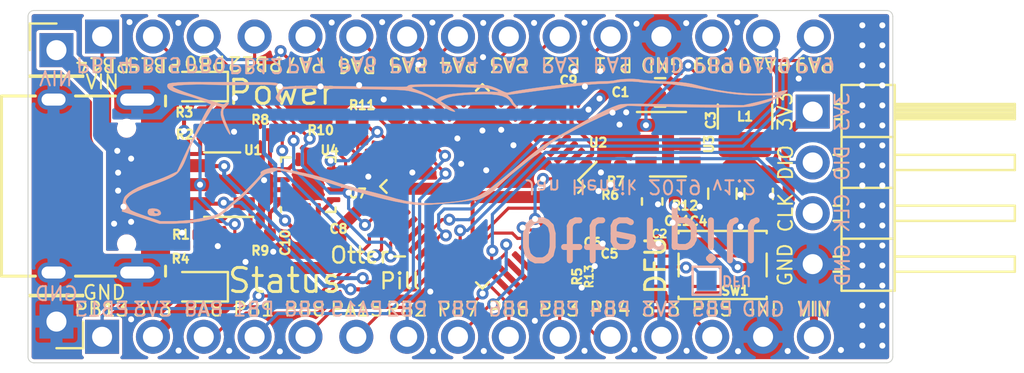
<source format=kicad_pcb>
(kicad_pcb (version 20171130) (host pcbnew 5.1.4+dfsg1-1)
  (layers (0 F.Cu signal) (31 B.Cu signal) (34 B.Paste user) (35 F.Paste user) (36 B.SilkS user) (37 F.SilkS user) (38 B.Mask user) (39 F.Mask user) (44 Edge.Cuts user))
  (net 0 "")
  (net 1 GND)
  (net 2 "Net-(C3-Pad2)")
  (net 3 "Net-(C3-Pad1)")
  (net 4 +3V3)
  (net 5 "Net-(D1-Pad1)")
  (net 6 "Net-(D2-Pad1)")
  (net 7 "Net-(J1-PadA8)")
  (net 8 "Net-(J1-PadB8)")
  (net 9 "Net-(R6-Pad2)")
  (net 10 "Net-(U2-Pad7)")
  (net 11 "Net-(U2-Pad6)")
  (net 12 "Net-(U2-Pad5)")
  (net 13 "Net-(U2-Pad4)")
  (net 14 "Net-(U2-Pad3)")
  (net 15 SWCLK)
  (net 16 SWDIO)
  (net 17 CC2)
  (net 18 CC1)
  (net 19 "Net-(R8-Pad2)")
  (net 20 "Net-(R9-Pad2)")
  (net 21 INT_N)
  (net 22 SDA)
  (net 23 SCL)
  (net 24 "Net-(U4-Pad13)")
  (net 25 "Net-(U4-Pad12)")
  (net 26 USB_P)
  (net 27 USB_N)
  (net 28 VIN)
  (net 29 315)
  (net 30 314)
  (net 31 313)
  (net 32 311)
  (net 33 310)
  (net 34 39)
  (net 35 38)
  (net 36 37)
  (net 37 36)
  (net 38 35)
  (net 39 33)
  (net 40 32)
  (net 41 31)
  (net 42 413)
  (net 43 411)
  (net 44 410)
  (net 45 49)
  (net 46 48)
  (net 47 47)
  (net 48 46)
  (net 49 45)
  (net 50 44)
  (net 51 43)
  (net 52 41)
  (net 53 312)
  (net 54 "Net-(R12-Pad2)")
  (net 55 "Net-(J7-Pad1)")
  (net 56 "Net-(R13-Pad1)")
  (module Capacitor_SMD:C_0603_1608Metric (layer F.Cu) (at 51.18 29.34 270)
    (fp_text reference C2 (at 1.62 -0.36) (layer F.SilkS) (effects (font (size 0.4 0.4) (thickness 0.1))))
    (fp_text value "100n 50V")
    (pad 1 smd roundrect (at -0.7875 0 270) (size 0.875 0.95) (layers F.Cu F.Paste F.Mask) (net 28 VIN))
    (pad 2 smd roundrect (at 0.7875 0 270) (size 0.875 0.95) (layers F.Cu F.Paste F.Mask) (net 1 GND))
  )
  (module otter:PinHeader_1x04_P2.54mm_Horizontal (layer F.Cu) (at 59.2 24.85)
    (fp_text reference J5 hide)
    (fp_text value SWD)
    (pad 4 thru_hole oval (at 0 7.62) (size 1.7 1.7) (drill 1) (layers *.Cu *.Mask) (net 1 GND))
    (pad 3 thru_hole oval (at 0 5.08) (size 1.7 1.7) (drill 1) (layers *.Cu *.Mask) (net 15 SWCLK))
    (pad 2 thru_hole oval (at 0 2.54) (size 1.7 1.7) (drill 1) (layers *.Cu *.Mask) (net 16 SWDIO))
    (pad 1 thru_hole rect (at 0 0) (size 1.7 1.7) (drill 1) (layers *.Cu *.Mask) (net 4 +3V3))
  )
  (module Resistor_SMD:R_0402_1005Metric (layer F.Cu) (at 49.83 33.09 90)
    (fp_text reference R13 (at 0 -1.8 270) (layer F.SilkS) (effects (font (size 0.4 0.4) (thickness 0.1))))
    (fp_text value 100)
    (pad 1 smd roundrect (at -0.485 0 90) (size 0.59 0.64) (layers F.Cu F.Paste F.Mask) (net 56 "Net-(R13-Pad1)"))
    (pad 2 smd roundrect (at 0.485 0 90) (size 0.59 0.64) (layers F.Cu F.Paste F.Mask) (net 55 "Net-(J7-Pad1)"))
  )
  (module TestPoint:TestPoint_Pad_1.0x1.0mm (layer B.Cu) (at 53.9 33.3)
    (fp_text reference J7 hide)
    (fp_text value PAD)
    (pad 1 smd rect (at 0 0) (size 1 1) (layers B.Cu B.Mask) (net 55 "Net-(J7-Pad1)"))
  )
  (module Inductor_SMD:L_1210_3225Metric (layer F.Cu) (at 55.82 25.1 270)
    (fp_text reference L1 (at 0 0) (layer F.SilkS) (effects (font (size 0.45 0.45) (thickness 0.1125))))
    (fp_text value 4u7)
    (pad 1 smd roundrect (at -1.4 0 270) (size 1.25 2.65) (layers F.Cu F.Paste F.Mask) (roundrect_rratio 0.2) (net 2 "Net-(C3-Pad2)"))
    (pad 2 smd roundrect (at 1.4 0 270) (size 1.25 2.65) (layers F.Cu F.Paste F.Mask) (roundrect_rratio 0.2) (net 4 +3V3))
  )
  (module Capacitor_SMD:C_0805_2012Metric (layer F.Cu) (at 54.69 28.95 270)
    (fp_text reference C11 (at 1.36 2.25) (layer F.SilkS) (effects (font (size 0.45 0.45) (thickness 0.1125))))
    (fp_text value "10u 25V")
    (pad 1 smd roundrect (at -0.9375 0 270) (size 0.975 1.4) (layers F.Cu F.Paste F.Mask) (net 4 +3V3))
    (pad 2 smd roundrect (at 0.9375 0 270) (size 0.975 1.4) (layers F.Cu F.Paste F.Mask) (net 1 GND))
  )
  (module Resistor_SMD:R_0402_1005Metric (layer F.Cu) (at 52.8 28.75)
    (fp_text reference R12 (at 0.02 0.8) (layer F.SilkS) (effects (font (size 0.45 0.45) (thickness 0.1125))))
    (fp_text value 10k)
    (pad 1 smd roundrect (at -0.485 0) (size 0.59 0.64) (layers F.Cu F.Paste F.Mask) (net 28 VIN))
    (pad 2 smd roundrect (at 0.485 0) (size 0.59 0.64) (layers F.Cu F.Paste F.Mask) (net 54 "Net-(R12-Pad2)"))
  )
  (module Connector_PinHeader_2.54mm:PinHeader_1x01_P2.54mm_Vertical (layer F.Cu) (at 21.42 21.78)
    (fp_text reference J2 hide)
    (fp_text value VBUS)
    (pad 1 thru_hole rect (at 0 0) (size 1.7 1.7) (drill 1) (layers *.Cu *.Mask) (net 28 VIN))
  )
  (module Connector_PinHeader_2.54mm:PinHeader_1x01_P2.54mm_Vertical (layer F.Cu) (at 21.42 35.34 180)
    (fp_text reference J6 hide)
    (fp_text value GND)
    (pad 1 thru_hole rect (at 0 0 180) (size 1.7 1.7) (drill 1) (layers *.Cu *.Mask) (net 1 GND))
  )
  (module Package_QFP:LQFP-48_7x7mm_P0.5mm (layer F.Cu) (at 42.7 28.589949 225)
    (fp_text reference U2 (at -5.635605 -2.538549) (layer F.SilkS) (effects (font (size 0.45 0.45) (thickness 0.1125))))
    (fp_text value STM32F072C8Tx)
    (pad 1 smd roundrect (at -4.1625 -2.75 225) (size 1.475 0.3) (layers F.Cu F.Paste F.Mask) (net 4 +3V3))
    (pad 2 smd roundrect (at -4.1625 -2.25 225) (size 1.475 0.3) (layers F.Cu F.Paste F.Mask) (net 55 "Net-(J7-Pad1)"))
    (pad 3 smd roundrect (at -4.1625 -1.75 225) (size 1.475 0.3) (layers F.Cu F.Paste F.Mask) (net 14 "Net-(U2-Pad3)"))
    (pad 4 smd roundrect (at -4.1625 -1.249999 225) (size 1.475 0.3) (layers F.Cu F.Paste F.Mask) (net 13 "Net-(U2-Pad4)"))
    (pad 5 smd roundrect (at -4.1625 -0.75 225) (size 1.475 0.3) (layers F.Cu F.Paste F.Mask) (net 12 "Net-(U2-Pad5)"))
    (pad 6 smd roundrect (at -4.1625 -0.25 225) (size 1.475 0.3) (layers F.Cu F.Paste F.Mask) (net 11 "Net-(U2-Pad6)"))
    (pad 7 smd roundrect (at -4.1625 0.25 225) (size 1.475 0.3) (layers F.Cu F.Paste F.Mask) (net 10 "Net-(U2-Pad7)"))
    (pad 8 smd roundrect (at -4.1625 0.75 225) (size 1.475 0.3) (layers F.Cu F.Paste F.Mask) (net 1 GND))
    (pad 9 smd roundrect (at -4.1625 1.249999 225) (size 1.475 0.3) (layers F.Cu F.Paste F.Mask) (net 4 +3V3))
    (pad 10 smd roundrect (at -4.1625 1.75 225) (size 1.475 0.3) (layers F.Cu F.Paste F.Mask) (net 53 312))
    (pad 11 smd roundrect (at -4.1625 2.25 225) (size 1.475 0.3) (layers F.Cu F.Paste F.Mask) (net 32 311))
    (pad 12 smd roundrect (at -4.1625 2.75 225) (size 1.475 0.3) (layers F.Cu F.Paste F.Mask) (net 33 310))
    (pad 13 smd roundrect (at -2.75 4.1625 225) (size 0.3 1.475) (layers F.Cu F.Paste F.Mask) (net 34 39))
    (pad 14 smd roundrect (at -2.25 4.1625 225) (size 0.3 1.475) (layers F.Cu F.Paste F.Mask) (net 35 38))
    (pad 15 smd roundrect (at -1.75 4.1625 225) (size 0.3 1.475) (layers F.Cu F.Paste F.Mask) (net 36 37))
    (pad 16 smd roundrect (at -1.249999 4.1625 225) (size 0.3 1.475) (layers F.Cu F.Paste F.Mask) (net 37 36))
    (pad 17 smd roundrect (at -0.75 4.1625 225) (size 0.3 1.475) (layers F.Cu F.Paste F.Mask) (net 38 35))
    (pad 18 smd roundrect (at -0.25 4.1625 225) (size 0.3 1.475) (layers F.Cu F.Paste F.Mask) (net 39 33))
    (pad 19 smd roundrect (at 0.25 4.1625 225) (size 0.3 1.475) (layers F.Cu F.Paste F.Mask) (net 50 44))
    (pad 20 smd roundrect (at 0.75 4.1625 225) (size 0.3 1.475) (layers F.Cu F.Paste F.Mask) (net 47 47))
    (pad 21 smd roundrect (at 1.249999 4.1625 225) (size 0.3 1.475) (layers F.Cu F.Paste F.Mask) (net 23 SCL))
    (pad 22 smd roundrect (at 1.75 4.1625 225) (size 0.3 1.475) (layers F.Cu F.Paste F.Mask) (net 22 SDA))
    (pad 23 smd roundrect (at 2.25 4.1625 225) (size 0.3 1.475) (layers F.Cu F.Paste F.Mask) (net 1 GND))
    (pad 24 smd roundrect (at 2.75 4.1625 225) (size 0.3 1.475) (layers F.Cu F.Paste F.Mask) (net 4 +3V3))
    (pad 25 smd roundrect (at 4.1625 2.75 225) (size 1.475 0.3) (layers F.Cu F.Paste F.Mask) (net 21 INT_N))
    (pad 26 smd roundrect (at 4.1625 2.25 225) (size 1.475 0.3) (layers F.Cu F.Paste F.Mask) (net 52 41))
    (pad 27 smd roundrect (at 4.1625 1.75 225) (size 1.475 0.3) (layers F.Cu F.Paste F.Mask) (net 41 31))
    (pad 28 smd roundrect (at 4.1625 1.249999 225) (size 1.475 0.3) (layers F.Cu F.Paste F.Mask) (net 40 32))
    (pad 29 smd roundrect (at 4.1625 0.75 225) (size 1.475 0.3) (layers F.Cu F.Paste F.Mask) (net 51 43))
    (pad 30 smd roundrect (at 4.1625 0.25 225) (size 1.475 0.3) (layers F.Cu F.Paste F.Mask) (net 29 315))
    (pad 31 smd roundrect (at 4.1625 -0.25 225) (size 1.475 0.3) (layers F.Cu F.Paste F.Mask) (net 30 314))
    (pad 32 smd roundrect (at 4.1625 -0.75 225) (size 1.475 0.3) (layers F.Cu F.Paste F.Mask) (net 27 USB_N))
    (pad 33 smd roundrect (at 4.1625 -1.249999 225) (size 1.475 0.3) (layers F.Cu F.Paste F.Mask) (net 26 USB_P))
    (pad 34 smd roundrect (at 4.1625 -1.75 225) (size 1.475 0.3) (layers F.Cu F.Paste F.Mask) (net 16 SWDIO))
    (pad 35 smd roundrect (at 4.1625 -2.25 225) (size 1.475 0.3) (layers F.Cu F.Paste F.Mask) (net 1 GND))
    (pad 36 smd roundrect (at 4.1625 -2.75 225) (size 1.475 0.3) (layers F.Cu F.Paste F.Mask) (net 4 +3V3))
    (pad 37 smd roundrect (at 2.75 -4.1625 225) (size 0.3 1.475) (layers F.Cu F.Paste F.Mask) (net 15 SWCLK))
    (pad 38 smd roundrect (at 2.25 -4.1625 225) (size 0.3 1.475) (layers F.Cu F.Paste F.Mask) (net 48 46))
    (pad 39 smd roundrect (at 1.75 -4.1625 225) (size 0.3 1.475) (layers F.Cu F.Paste F.Mask) (net 44 410))
    (pad 40 smd roundrect (at 1.249999 -4.1625 225) (size 0.3 1.475) (layers F.Cu F.Paste F.Mask) (net 43 411))
    (pad 41 smd roundrect (at 0.75 -4.1625 225) (size 0.3 1.475) (layers F.Cu F.Paste F.Mask) (net 42 413))
    (pad 42 smd roundrect (at 0.25 -4.1625 225) (size 0.3 1.475) (layers F.Cu F.Paste F.Mask) (net 45 49))
    (pad 43 smd roundrect (at -0.25 -4.1625 225) (size 0.3 1.475) (layers F.Cu F.Paste F.Mask) (net 46 48))
    (pad 44 smd roundrect (at -0.75 -4.1625 225) (size 0.3 1.475) (layers F.Cu F.Paste F.Mask) (net 55 "Net-(J7-Pad1)"))
    (pad 45 smd roundrect (at -1.249999 -4.1625 225) (size 0.3 1.475) (layers F.Cu F.Paste F.Mask) (net 49 45))
    (pad 46 smd roundrect (at -1.75 -4.1625 225) (size 0.3 1.475) (layers F.Cu F.Paste F.Mask) (net 31 313))
    (pad 47 smd roundrect (at -2.25 -4.1625 225) (size 0.3 1.475) (layers F.Cu F.Paste F.Mask) (net 1 GND))
    (pad 48 smd roundrect (at -2.75 -4.1625 225) (size 0.3 1.475) (layers F.Cu F.Paste F.Mask) (net 4 +3V3))
  )
  (module Connector_PinHeader_2.54mm:PinHeader_1x15_P2.54mm_Vertical (layer F.Cu) (at 23.7 21.1 90)
    (fp_text reference J3 hide)
    (fp_text value 1)
    (pad 15 thru_hole oval (at 0 35.56 90) (size 1.7 1.7) (drill 1) (layers *.Cu *.Mask) (net 29 315))
    (pad 14 thru_hole oval (at 0 33.02 90) (size 1.7 1.7) (drill 1) (layers *.Cu *.Mask) (net 30 314))
    (pad 13 thru_hole oval (at 0 30.48 90) (size 1.7 1.7) (drill 1) (layers *.Cu *.Mask) (net 31 313))
    (pad 12 thru_hole oval (at 0 27.94 90) (size 1.7 1.7) (drill 1) (layers *.Cu *.Mask) (net 1 GND))
    (pad 11 thru_hole oval (at 0 25.4 90) (size 1.7 1.7) (drill 1) (layers *.Cu *.Mask) (net 32 311))
    (pad 10 thru_hole oval (at 0 22.86 90) (size 1.7 1.7) (drill 1) (layers *.Cu *.Mask) (net 33 310))
    (pad 9 thru_hole oval (at 0 20.32 90) (size 1.7 1.7) (drill 1) (layers *.Cu *.Mask) (net 34 39))
    (pad 8 thru_hole oval (at 0 17.78 90) (size 1.7 1.7) (drill 1) (layers *.Cu *.Mask) (net 35 38))
    (pad 7 thru_hole oval (at 0 15.24 90) (size 1.7 1.7) (drill 1) (layers *.Cu *.Mask) (net 36 37))
    (pad 6 thru_hole oval (at 0 12.7 90) (size 1.7 1.7) (drill 1) (layers *.Cu *.Mask) (net 37 36))
    (pad 5 thru_hole oval (at 0 10.16 90) (size 1.7 1.7) (drill 1) (layers *.Cu *.Mask) (net 38 35))
    (pad 4 thru_hole oval (at 0 7.62 90) (size 1.7 1.7) (drill 1) (layers *.Cu *.Mask) (net 21 INT_N))
    (pad 3 thru_hole oval (at 0 5.08 90) (size 1.7 1.7) (drill 1) (layers *.Cu *.Mask) (net 39 33))
    (pad 2 thru_hole oval (at 0 2.54 90) (size 1.7 1.7) (drill 1) (layers *.Cu *.Mask) (net 40 32))
    (pad 1 thru_hole rect (at 0 0 90) (size 1.7 1.7) (drill 1) (layers *.Cu *.Mask) (net 41 31))
  )
  (module Connector_PinHeader_2.54mm:PinHeader_1x15_P2.54mm_Vertical (layer F.Cu) (at 23.7 36.1 90)
    (fp_text reference J4 hide)
    (fp_text value 2)
    (pad 15 thru_hole oval (at 0 35.56 90) (size 1.7 1.7) (drill 1) (layers *.Cu *.Mask) (net 28 VIN))
    (pad 14 thru_hole oval (at 0 33.02 90) (size 1.7 1.7) (drill 1) (layers *.Cu *.Mask) (net 1 GND))
    (pad 13 thru_hole oval (at 0 30.48 90) (size 1.7 1.7) (drill 1) (layers *.Cu *.Mask) (net 42 413))
    (pad 12 thru_hole oval (at 0 27.94 90) (size 1.7 1.7) (drill 1) (layers *.Cu *.Mask) (net 4 +3V3))
    (pad 11 thru_hole oval (at 0 25.4 90) (size 1.7 1.7) (drill 1) (layers *.Cu *.Mask) (net 43 411))
    (pad 10 thru_hole oval (at 0 22.86 90) (size 1.7 1.7) (drill 1) (layers *.Cu *.Mask) (net 44 410))
    (pad 9 thru_hole oval (at 0 20.32 90) (size 1.7 1.7) (drill 1) (layers *.Cu *.Mask) (net 45 49))
    (pad 8 thru_hole oval (at 0 17.78 90) (size 1.7 1.7) (drill 1) (layers *.Cu *.Mask) (net 46 48))
    (pad 7 thru_hole oval (at 0 15.24 90) (size 1.7 1.7) (drill 1) (layers *.Cu *.Mask) (net 47 47))
    (pad 6 thru_hole oval (at 0 12.7 90) (size 1.7 1.7) (drill 1) (layers *.Cu *.Mask) (net 48 46))
    (pad 5 thru_hole oval (at 0 10.16 90) (size 1.7 1.7) (drill 1) (layers *.Cu *.Mask) (net 49 45))
    (pad 4 thru_hole oval (at 0 7.62 90) (size 1.7 1.7) (drill 1) (layers *.Cu *.Mask) (net 50 44))
    (pad 3 thru_hole oval (at 0 5.08 90) (size 1.7 1.7) (drill 1) (layers *.Cu *.Mask) (net 51 43))
    (pad 2 thru_hole oval (at 0 2.54 90) (size 1.7 1.7) (drill 1) (layers *.Cu *.Mask) (net 4 +3V3))
    (pad 1 thru_hole rect (at 0 0 90) (size 1.7 1.7) (drill 1) (layers *.Cu *.Mask) (net 52 41))
  )
  (module Button_Switch_SMD:SW_SPST_PTS810 (layer F.Cu) (at 54.7 32.512 180)
    (fp_text reference SW1 (at -0.625 -1.288 180) (layer F.SilkS) (effects (font (size 0.45 0.45) (thickness 0.1125))))
    (fp_text value SW_Push)
    (pad 2 smd rect (at 2.075 1.075 180) (size 1.05 0.65) (layers F.Cu F.Paste F.Mask) (net 4 +3V3))
    (pad 2 smd rect (at -2.075 1.075 180) (size 1.05 0.65) (layers F.Cu F.Paste F.Mask) (net 4 +3V3))
    (pad 1 smd rect (at 2.075 -1.075 180) (size 1.05 0.65) (layers F.Cu F.Paste F.Mask) (net 56 "Net-(R13-Pad1)"))
    (pad 1 smd rect (at -2.075 -1.075 180) (size 1.05 0.65) (layers F.Cu F.Paste F.Mask) (net 56 "Net-(R13-Pad1)"))
  )
  (module Capacitor_SMD:C_0402_1005Metric (layer F.Cu) (at 33.6 31.4 270)
    (fp_text reference C10 (at 0 0.75 90) (layer F.SilkS) (effects (font (size 0.45 0.45) (thickness 0.1125))))
    (fp_text value "100n 50V")
    (pad 2 smd roundrect (at 0.485 0 270) (size 0.59 0.64) (layers F.Cu F.Paste F.Mask) (net 1 GND))
    (pad 1 smd roundrect (at -0.485 0 270) (size 0.59 0.64) (layers F.Cu F.Paste F.Mask) (net 28 VIN))
  )
  (module Capacitor_SMD:C_0402_1005Metric (layer F.Cu) (at 46.1 23.8 315)
    (fp_text reference C9 (at 0.282843 -0.989949 180) (layer F.SilkS) (effects (font (size 0.45 0.45) (thickness 0.1125))))
    (fp_text value "100n 50V")
    (pad 2 smd roundrect (at 0.485 0 315) (size 0.59 0.64) (layers F.Cu F.Paste F.Mask) (net 1 GND))
    (pad 1 smd roundrect (at -0.485 0 315) (size 0.59 0.64) (layers F.Cu F.Paste F.Mask) (net 4 +3V3))
  )
  (module Capacitor_SMD:C_0402_1005Metric (layer F.Cu) (at 34.6 31.4 270)
    (fp_text reference C8 (at -0.69 -0.91 180) (layer F.SilkS) (effects (font (size 0.45 0.45) (thickness 0.1125))))
    (fp_text value "100n 50V")
    (pad 2 smd roundrect (at 0.485 0 270) (size 0.59 0.64) (layers F.Cu F.Paste F.Mask) (net 1 GND))
    (pad 1 smd roundrect (at -0.485 0 270) (size 0.59 0.64) (layers F.Cu F.Paste F.Mask) (net 4 +3V3))
  )
  (module Capacitor_SMD:C_0402_1005Metric (layer F.Cu) (at 36.47 27.7 270)
    (fp_text reference C7 (at 1.24 0.01 180) (layer F.SilkS) (effects (font (size 0.45 0.45) (thickness 0.1125))))
    (fp_text value "100n 50V")
    (pad 2 smd roundrect (at 0.485 0 270) (size 0.59 0.64) (layers F.Cu F.Paste F.Mask) (net 1 GND))
    (pad 1 smd roundrect (at -0.485 0 270) (size 0.59 0.64) (layers F.Cu F.Paste F.Mask) (net 4 +3V3))
  )
  (module Capacitor_SMD:C_0402_1005Metric (layer F.Cu) (at 48.92 30.255 270)
    (fp_text reference C6 (at 1.145 0.72 180) (layer F.SilkS) (effects (font (size 0.45 0.45) (thickness 0.1125))))
    (fp_text value "100n 50V")
    (pad 2 smd roundrect (at 0.485 0 270) (size 0.59 0.64) (layers F.Cu F.Paste F.Mask) (net 1 GND))
    (pad 1 smd roundrect (at -0.485 0 270) (size 0.59 0.64) (layers F.Cu F.Paste F.Mask) (net 4 +3V3))
  )
  (module Capacitor_SMD:C_0402_1005Metric (layer F.Cu) (at 49.93 31 270)
    (fp_text reference C5 (at 0.95 0.88 180) (layer F.SilkS) (effects (font (size 0.45 0.45) (thickness 0.1125))))
    (fp_text value "100n 50V")
    (pad 2 smd roundrect (at 0.485 0 270) (size 0.59 0.64) (layers F.Cu F.Paste F.Mask) (net 1 GND))
    (pad 1 smd roundrect (at -0.485 0 270) (size 0.59 0.64) (layers F.Cu F.Paste F.Mask) (net 4 +3V3))
  )
  (module Capacitor_SMD:C_0402_1005Metric (layer F.Cu) (at 53.72 23.87 270)
    (fp_text reference C3 (at 1.41 -0.39 270) (layer F.SilkS) (effects (font (size 0.45 0.45) (thickness 0.1125))))
    (fp_text value "100n 50V")
    (pad 2 smd roundrect (at 0.485 0 270) (size 0.59 0.64) (layers F.Cu F.Paste F.Mask) (net 2 "Net-(C3-Pad2)"))
    (pad 1 smd roundrect (at -0.485 0 270) (size 0.59 0.64) (layers F.Cu F.Paste F.Mask) (net 3 "Net-(C3-Pad1)"))
  )
  (module Resistor_SMD:R_0402_1005Metric (layer F.Cu) (at 36.69 25.770001 90)
    (fp_text reference R11 (at 1.240001 0 180) (layer F.SilkS) (effects (font (size 0.45 0.45) (thickness 0.1125))))
    (fp_text value 3k3)
    (pad 2 smd roundrect (at 0.485 0 90) (size 0.59 0.64) (layers F.Cu F.Paste F.Mask) (net 22 SDA))
    (pad 1 smd roundrect (at -0.485 0 90) (size 0.59 0.64) (layers F.Cu F.Paste F.Mask) (net 4 +3V3))
  )
  (module Resistor_SMD:R_0402_1005Metric (layer F.Cu) (at 35.69 25.770001 90)
    (fp_text reference R10 (at -0.009999 -1.07 -180) (layer F.SilkS) (effects (font (size 0.45 0.45) (thickness 0.1125))))
    (fp_text value 3k3)
    (pad 2 smd roundrect (at 0.485 0 90) (size 0.59 0.64) (layers F.Cu F.Paste F.Mask) (net 23 SCL))
    (pad 1 smd roundrect (at -0.485 0 90) (size 0.59 0.64) (layers F.Cu F.Paste F.Mask) (net 4 +3V3))
  )
  (module Resistor_SMD:R_0402_1005Metric (layer F.Cu) (at 31.6 31)
    (fp_text reference R9 (at 0 0.8) (layer F.SilkS) (effects (font (size 0.45 0.45) (thickness 0.1125))))
    (fp_text value 0)
    (pad 2 smd roundrect (at 0.485 0) (size 0.59 0.64) (layers F.Cu F.Paste F.Mask) (net 20 "Net-(R9-Pad2)"))
    (pad 1 smd roundrect (at -0.485 0) (size 0.59 0.64) (layers F.Cu F.Paste F.Mask) (net 17 CC2))
  )
  (module Resistor_SMD:R_0402_1005Metric (layer F.Cu) (at 31.6 26)
    (fp_text reference R8 (at 0 -0.74) (layer F.SilkS) (effects (font (size 0.45 0.45) (thickness 0.1125))))
    (fp_text value 0)
    (pad 2 smd roundrect (at 0.485 0) (size 0.59 0.64) (layers F.Cu F.Paste F.Mask) (net 19 "Net-(R8-Pad2)"))
    (pad 1 smd roundrect (at -0.485 0) (size 0.59 0.64) (layers F.Cu F.Paste F.Mask) (net 18 CC1))
  )
  (module Resistor_SMD:R_0402_1005Metric (layer F.Cu) (at 49.6 27.085 90)
    (fp_text reference R7 (at -1.255 -0.24 180) (layer F.SilkS) (effects (font (size 0.45 0.45) (thickness 0.1125))))
    (fp_text value 3k3)
    (pad 2 smd roundrect (at 0.485 0 90) (size 0.59 0.64) (layers F.Cu F.Paste F.Mask) (net 1 GND))
    (pad 1 smd roundrect (at -0.485 0 90) (size 0.59 0.64) (layers F.Cu F.Paste F.Mask) (net 9 "Net-(R6-Pad2)"))
  )
  (module Resistor_SMD:R_0402_1005Metric (layer F.Cu) (at 49.93 28.99 90)
    (fp_text reference R6 (at -0.02 -0.85 -180) (layer F.SilkS) (effects (font (size 0.45 0.45) (thickness 0.1125))))
    (fp_text value 10k)
    (pad 2 smd roundrect (at 0.485 0 90) (size 0.59 0.64) (layers F.Cu F.Paste F.Mask) (net 9 "Net-(R6-Pad2)"))
    (pad 1 smd roundrect (at -0.485 0 90) (size 0.59 0.64) (layers F.Cu F.Paste F.Mask) (net 4 +3V3))
  )
  (module Resistor_SMD:R_0402_1005Metric (layer F.Cu) (at 48.8 33.095 90)
    (fp_text reference R5 (at 0.005 -1.37 270) (layer F.SilkS) (effects (font (size 0.45 0.45) (thickness 0.1125))))
    (fp_text value 3k3)
    (pad 2 smd roundrect (at 0.485 0 90) (size 0.59 0.64) (layers F.Cu F.Paste F.Mask) (net 1 GND))
    (pad 1 smd roundrect (at -0.485 0 90) (size 0.59 0.64) (layers F.Cu F.Paste F.Mask) (net 55 "Net-(J7-Pad1)"))
  )
  (module Resistor_SMD:R_0402_1005Metric (layer F.Cu) (at 29 32.2)
    (fp_text reference R4 (at -1.38 0) (layer F.SilkS) (effects (font (size 0.45 0.45) (thickness 0.1125))))
    (fp_text value 3k3)
    (pad 2 smd roundrect (at 0.485 0) (size 0.59 0.64) (layers F.Cu F.Paste F.Mask) (net 1 GND))
    (pad 1 smd roundrect (at -0.485 0) (size 0.59 0.64) (layers F.Cu F.Paste F.Mask) (net 6 "Net-(D2-Pad1)"))
  )
  (module Resistor_SMD:R_0402_1005Metric (layer F.Cu) (at 29.2 24.9)
    (fp_text reference R3 (at -1.39 0) (layer F.SilkS) (effects (font (size 0.45 0.45) (thickness 0.1125))))
    (fp_text value 3k3)
    (pad 2 smd roundrect (at 0.485 0) (size 0.59 0.64) (layers F.Cu F.Paste F.Mask) (net 1 GND))
    (pad 1 smd roundrect (at -0.485 0) (size 0.59 0.64) (layers F.Cu F.Paste F.Mask) (net 5 "Net-(D1-Pad1)"))
  )
  (module Resistor_SMD:R_0402_1005Metric (layer F.Cu) (at 29.2 26 180)
    (fp_text reference R2 (at 1.37 0 180) (layer F.SilkS) (effects (font (size 0.45 0.45) (thickness 0.1125))))
    (fp_text value DNP)
    (pad 2 smd roundrect (at 0.485 0 180) (size 0.59 0.64) (layers F.Cu F.Paste F.Mask) (net 18 CC1))
    (pad 1 smd roundrect (at -0.485 0 180) (size 0.59 0.64) (layers F.Cu F.Paste F.Mask) (net 1 GND))
  )
  (module Resistor_SMD:R_0402_1005Metric (layer F.Cu) (at 29 31 180)
    (fp_text reference R1 (at 1.36 0 180) (layer F.SilkS) (effects (font (size 0.45 0.45) (thickness 0.1125))))
    (fp_text value DNP)
    (pad 2 smd roundrect (at 0.485 0 180) (size 0.59 0.64) (layers F.Cu F.Paste F.Mask) (net 17 CC2))
    (pad 1 smd roundrect (at -0.485 0 180) (size 0.59 0.64) (layers F.Cu F.Paste F.Mask) (net 1 GND))
  )
  (module Package_DFN_QFN:WQFN-14-1EP_2.5x2.5mm_P0.5mm_EP1.45x1.45mm (layer F.Cu) (at 34 28.5 90)
    (fp_text reference U4 (at 1.72 1.07 180) (layer F.SilkS) (effects (font (size 0.45 0.45) (thickness 0.1125))))
    (fp_text value FUSB302BMPX)
    (pad 14 smd roundrect (at -0.75 -1.2625 90) (size 0.25 0.675) (layers F.Cu F.Paste F.Mask) (net 20 "Net-(R9-Pad2)"))
    (pad 13 smd roundrect (at -0.25 -1.2625 90) (size 0.25 0.675) (layers F.Cu F.Paste F.Mask) (net 24 "Net-(U4-Pad13)"))
    (pad 12 smd roundrect (at 0.25 -1.2625 90) (size 0.25 0.675) (layers F.Cu F.Paste F.Mask) (net 25 "Net-(U4-Pad12)"))
    (pad 11 smd roundrect (at 0.75 -1.2625 90) (size 0.25 0.675) (layers F.Cu F.Paste F.Mask) (net 19 "Net-(R8-Pad2)"))
    (pad 10 smd roundrect (at 1.2625 -0.5 90) (size 0.675 0.25) (layers F.Cu F.Paste F.Mask) (net 19 "Net-(R8-Pad2)"))
    (pad 9 smd roundrect (at 1.2625 0 90) (size 0.675 0.25) (layers F.Cu F.Paste F.Mask) (net 1 GND))
    (pad 8 smd roundrect (at 1.2625 0.5 90) (size 0.675 0.25) (layers F.Cu F.Paste F.Mask) (net 1 GND))
    (pad 7 smd roundrect (at 0.75 1.2625 90) (size 0.25 0.675) (layers F.Cu F.Paste F.Mask) (net 22 SDA))
    (pad 6 smd roundrect (at 0.25 1.2625 90) (size 0.25 0.675) (layers F.Cu F.Paste F.Mask) (net 23 SCL))
    (pad 5 smd roundrect (at -0.25 1.2625 90) (size 0.25 0.675) (layers F.Cu F.Paste F.Mask) (net 21 INT_N))
    (pad 4 smd roundrect (at -0.75 1.2625 90) (size 0.25 0.675) (layers F.Cu F.Paste F.Mask) (net 4 +3V3))
    (pad 3 smd roundrect (at -1.2625 0.5 90) (size 0.675 0.25) (layers F.Cu F.Paste F.Mask) (net 4 +3V3))
    (pad 2 smd roundrect (at -1.2625 0 90) (size 0.675 0.25) (layers F.Cu F.Paste F.Mask) (net 28 VIN))
    (pad 1 smd roundrect (at -1.2625 -0.5 90) (size 0.675 0.25) (layers F.Cu F.Paste F.Mask) (net 20 "Net-(R9-Pad2)"))
    (pad 15 smd roundrect (at 0 0 90) (size 1.45 1.45) (layers F.Cu F.Mask) (roundrect_rratio 0.172414) (net 1 GND))
  )
  (module Package_TO_SOT_SMD:SOT-23-6 (layer F.Cu) (at 51.97 26.48)
    (fp_text reference U3 (at 2.05 0 -270) (layer F.SilkS) (effects (font (size 0.45 0.45) (thickness 0.1125))))
    (fp_text value SY8201)
    (pad 5 smd rect (at 1.1 0) (size 1.06 0.65) (layers F.Cu F.Paste F.Mask) (net 28 VIN))
    (pad 6 smd rect (at 1.1 -0.95) (size 1.06 0.65) (layers F.Cu F.Paste F.Mask) (net 2 "Net-(C3-Pad2)"))
    (pad 4 smd rect (at 1.1 0.95) (size 1.06 0.65) (layers F.Cu F.Paste F.Mask) (net 54 "Net-(R12-Pad2)"))
    (pad 3 smd rect (at -1.1 0.95) (size 1.06 0.65) (layers F.Cu F.Paste F.Mask) (net 9 "Net-(R6-Pad2)"))
    (pad 2 smd rect (at -1.1 0) (size 1.06 0.65) (layers F.Cu F.Paste F.Mask) (net 1 GND))
    (pad 1 smd rect (at -1.1 -0.95) (size 1.06 0.65) (layers F.Cu F.Paste F.Mask) (net 3 "Net-(C3-Pad1)"))
  )
  (module Package_TO_SOT_SMD:SOT-23-6 (layer F.Cu) (at 29.7 28.5 180)
    (fp_text reference U1 (at -1.55 1.725 180) (layer F.SilkS) (effects (font (size 0.45 0.45) (thickness 0.1125))))
    (fp_text value USBLC6-4)
    (pad 5 smd rect (at 1.1 0 180) (size 1.06 0.65) (layers F.Cu F.Paste F.Mask) (net 4 +3V3))
    (pad 6 smd rect (at 1.1 -0.95 180) (size 1.06 0.65) (layers F.Cu F.Paste F.Mask) (net 26 USB_P))
    (pad 4 smd rect (at 1.1 0.95 180) (size 1.06 0.65) (layers F.Cu F.Paste F.Mask) (net 27 USB_N))
    (pad 3 smd rect (at -1.1 0.95 180) (size 1.06 0.65) (layers F.Cu F.Paste F.Mask) (net 18 CC1))
    (pad 2 smd rect (at -1.1 0 180) (size 1.06 0.65) (layers F.Cu F.Paste F.Mask) (net 1 GND))
    (pad 1 smd rect (at -1.1 -0.95 180) (size 1.06 0.65) (layers F.Cu F.Paste F.Mask) (net 17 CC2))
  )
  (module "otter:USB-C 16Pin" (layer F.Cu) (at 26.369999 28.57 270)
    (fp_text reference J1 hide)
    (fp_text value USB-c)
    (pad S1 thru_hole oval (at -4.32 0.915 270) (size 1 2.1) (drill oval 0.6 1.7) (layers *.Cu *.Mask) (net 1 GND))
    (pad S1 thru_hole oval (at 4.32 0.915 270) (size 1 2.1) (drill oval 0.6 1.7) (layers *.Cu *.Mask) (net 1 GND))
    (pad S1 thru_hole oval (at -4.32 5.095 270) (size 1 1.6) (drill oval 0.6 1.2) (layers *.Cu *.Mask) (net 1 GND))
    (pad S1 thru_hole oval (at 4.32 5.095 270) (size 1 1.6) (drill oval 0.6 1.2) (layers *.Cu *.Mask) (net 1 GND))
    (pad "" np_thru_hole circle (at 2.89 1.445 270) (size 0.65 0.65) (drill 0.65) (layers *.Cu *.Mask))
    (pad "" np_thru_hole circle (at -2.89 1.445 270) (size 0.65 0.65) (drill 0.65) (layers *.Cu *.Mask))
    (pad B1 smd rect (at 3.2 0 270) (size 0.6 1.45) (layers F.Cu F.Paste F.Mask) (net 1 GND))
    (pad B4 smd rect (at 2.4 0 270) (size 0.6 1.45) (layers F.Cu F.Paste F.Mask) (net 28 VIN))
    (pad B5 smd rect (at 1.75 0 270) (size 0.3 1.45) (layers F.Cu F.Paste F.Mask) (net 17 CC2))
    (pad A8 smd rect (at 1.25 0 270) (size 0.3 1.45) (layers F.Cu F.Paste F.Mask) (net 7 "Net-(J1-PadA8)"))
    (pad B6 smd rect (at 0.75 0 270) (size 0.3 1.45) (layers F.Cu F.Paste F.Mask) (net 26 USB_P))
    (pad A7 smd rect (at 0.25 0 270) (size 0.3 1.45) (layers F.Cu F.Paste F.Mask) (net 27 USB_N))
    (pad A6 smd rect (at -0.25 0 270) (size 0.3 1.45) (layers F.Cu F.Paste F.Mask) (net 26 USB_P))
    (pad B7 smd rect (at -0.75 0 270) (size 0.3 1.45) (layers F.Cu F.Paste F.Mask) (net 27 USB_N))
    (pad A5 smd rect (at -1.25 0 270) (size 0.3 1.45) (layers F.Cu F.Paste F.Mask) (net 18 CC1))
    (pad B8 smd rect (at -1.75 0 270) (size 0.3 1.45) (layers F.Cu F.Paste F.Mask) (net 8 "Net-(J1-PadB8)"))
    (pad A4 smd rect (at -2.4 0 270) (size 0.6 1.45) (layers F.Cu F.Paste F.Mask) (net 28 VIN))
    (pad A1 smd rect (at -3.2 0 270) (size 0.6 1.45) (layers F.Cu F.Paste F.Mask) (net 1 GND))
  )
  (module LED_SMD:LED_0603_1608Metric (layer F.Cu) (at 28.5 33.6 180)
    (fp_text reference D2 hide)
    (fp_text value "LED GREEN")
    (pad 2 smd roundrect (at 0.7875 0 180) (size 0.875 0.95) (layers F.Cu F.Paste F.Mask) (net 52 41))
    (pad 1 smd roundrect (at -0.7875 0 180) (size 0.875 0.95) (layers F.Cu F.Paste F.Mask) (net 6 "Net-(D2-Pad1)"))
  )
  (module LED_SMD:LED_0603_1608Metric (layer F.Cu) (at 28.5 23.6 180)
    (fp_text reference D1 hide)
    (fp_text value "LED RED")
    (pad 2 smd roundrect (at 0.7875 0 180) (size 0.875 0.95) (layers F.Cu F.Paste F.Mask) (net 4 +3V3))
    (pad 1 smd roundrect (at -0.7875 0 180) (size 0.875 0.95) (layers F.Cu F.Paste F.Mask) (net 5 "Net-(D1-Pad1)"))
  )
  (module Capacitor_SMD:C_0805_2012Metric (layer F.Cu) (at 56.5 28.96 270)
    (fp_text reference C4 (at 1.37 3.01) (layer F.SilkS) (effects (font (size 0.45 0.45) (thickness 0.1125))))
    (fp_text value "10u 25V")
    (pad 2 smd roundrect (at 0.9375 0 270) (size 0.975 1.4) (layers F.Cu F.Paste F.Mask) (net 1 GND))
    (pad 1 smd roundrect (at -0.9375 0 270) (size 0.975 1.4) (layers F.Cu F.Paste F.Mask) (net 4 +3V3))
  )
  (module Capacitor_SMD:C_0805_2012Metric (layer F.Cu) (at 51.58 23.89 180)
    (fp_text reference C1 (at 1.98 0.01) (layer F.SilkS) (effects (font (size 0.45 0.45) (thickness 0.1125))))
    (fp_text value "10u 25V")
    (pad 2 smd roundrect (at 0.9375 0 180) (size 0.975 1.4) (layers F.Cu F.Paste F.Mask) (net 1 GND))
    (pad 1 smd roundrect (at -0.9375 0 180) (size 0.975 1.4) (layers F.Cu F.Paste F.Mask) (net 28 VIN))
  )
  (module otter:otter_laying_3411 (layer B.Cu) (at 41 26.81)
    (fp_text reference G*** hide)
    (fp_text value LOGO hide)
  )
  (gr_text "Otter-\n     Pill" (at 37.06 32.67) (layer F.SilkS) (effects (font (size 0.8 0.8) (thickness 0.12))))
  (gr_text 3V3 (at 57.82 24.84 90) (layer F.SilkS) (effects (font (size 0.7 0.7) (thickness 0.1))))
  (gr_text GND (at 21.42 33.95) (layer B.SilkS) (effects (font (size 0.7 0.7) (thickness 0.1)) (justify mirror)))
  (gr_text VIN (at 21.39 23.16 180) (layer B.SilkS) (effects (font (size 0.7 0.7) (thickness 0.1)) (justify mirror)))
  (gr_text VIN (at 23.71 23.37) (layer F.SilkS) (effects (font (size 0.7 0.7) (thickness 0.1))))
  (gr_text GND (at 23.81 33.89) (layer F.SilkS) (effects (font (size 0.7 0.7) (thickness 0.1))))
  (gr_text DFU (at 55.4 33.3 180) (layer B.SilkS) (effects (font (size 0.5 0.5) (thickness 0.1)) (justify mirror)))
  (gr_text "Otterpill\n" (at 50.59 31.19 180) (layer B.SilkS) (effects (font (size 2 2) (thickness 0.3)) (justify mirror)))
  (gr_text "Jan Henrik 2019 v1.2" (at 50.59 28.6 180) (layer B.SilkS) (effects (font (size 0.7 0.7) (thickness 0.1)) (justify mirror)))
  (gr_text 3V3 (at 60.67 24.87 90) (layer B.SilkS) (effects (font (size 0.7 0.7) (thickness 0.1)) (justify mirror)))
  (gr_text DIO (at 60.67 27.42 90) (layer B.SilkS) (effects (font (size 0.7 0.7) (thickness 0.1)) (justify mirror)))
  (gr_text CLK (at 60.67 29.92 90) (layer B.SilkS) (effects (font (size 0.7 0.7) (thickness 0.1)) (justify mirror)))
  (gr_text GND (at 60.695 32.52 90) (layer B.SilkS) (effects (font (size 0.7 0.7) (thickness 0.1)) (justify mirror)))
  (gr_text GND (at 51.725 22.5 180) (layer B.SilkS) (effects (font (size 0.7 0.7) (thickness 0.1)) (justify mirror)))
  (gr_text PB0 (at 28.875 22.5 180) (layer B.SilkS) (effects (font (size 0.7 0.7) (thickness 0.1)) (justify mirror)))
  (gr_text PB9 (at 54.275 22.5 180) (layer B.SilkS) (effects (font (size 0.7 0.7) (thickness 0.1)) (justify mirror)))
  (gr_text PB12 (at 31.4 22.55 180) (layer B.SilkS) (effects (font (size 0.7 0.7) (thickness 0.1)) (justify mirror)))
  (gr_text PA6 (at 36.475 22.45 180) (layer B.SilkS) (effects (font (size 0.7 0.7) (thickness 0.1)) (justify mirror)))
  (gr_text PA10 (at 56.825 22.5 180) (layer B.SilkS) (effects (font (size 0.7 0.7) (thickness 0.1)) (justify mirror)))
  (gr_text PA1 (at 49.2 22.5 180) (layer B.SilkS) (effects (font (size 0.7 0.7) (thickness 0.1)) (justify mirror)))
  (gr_text PA5 (at 39.025 22.5 180) (layer B.SilkS) (effects (font (size 0.7 0.7) (thickness 0.1)) (justify mirror)))
  (gr_text PB14 (at 23.775 22.5 180) (layer B.SilkS) (effects (font (size 0.7 0.7) (thickness 0.1)) (justify mirror)))
  (gr_text PA3 (at 44.075 22.5 180) (layer B.SilkS) (effects (font (size 0.7 0.7) (thickness 0.1)) (justify mirror)))
  (gr_text PA9 (at 59.325 22.5 180) (layer B.SilkS) (effects (font (size 0.7 0.7) (thickness 0.1)) (justify mirror)))
  (gr_text PB15 (at 26.325 22.5 180) (layer B.SilkS) (effects (font (size 0.7 0.7) (thickness 0.1)) (justify mirror)))
  (gr_text PA4 (at 41.55 22.5 180) (layer B.SilkS) (effects (font (size 0.7 0.7) (thickness 0.1)) (justify mirror)))
  (gr_text PA7 (at 33.9 22.5 180) (layer B.SilkS) (effects (font (size 0.7 0.7) (thickness 0.1)) (justify mirror)))
  (gr_text PA2 (at 46.6 22.5 180) (layer B.SilkS) (effects (font (size 0.7 0.7) (thickness 0.1)) (justify mirror)))
  (gr_text PB7 (at 41.475 34.725) (layer B.SilkS) (effects (font (size 0.7 0.7) (thickness 0.1)) (justify mirror)))
  (gr_text GND (at 56.725 34.725) (layer B.SilkS) (effects (font (size 0.7 0.7) (thickness 0.1)) (justify mirror)))
  (gr_text PB1 (at 31.275 34.725) (layer B.SilkS) (effects (font (size 0.7 0.7) (thickness 0.1)) (justify mirror)))
  (gr_text PA8 (at 28.775 34.725) (layer B.SilkS) (effects (font (size 0.7 0.7) (thickness 0.1)) (justify mirror)))
  (gr_text PB3 (at 46.525 34.725) (layer B.SilkS) (effects (font (size 0.7 0.7) (thickness 0.1)) (justify mirror)))
  (gr_text 3V3 (at 51.625 34.725) (layer B.SilkS) (effects (font (size 0.7 0.7) (thickness 0.1)) (justify mirror)))
  (gr_text PB5 (at 54.175 34.725) (layer B.SilkS) (effects (font (size 0.7 0.7) (thickness 0.1)) (justify mirror)))
  (gr_text PB4 (at 49.075 34.725) (layer B.SilkS) (effects (font (size 0.7 0.7) (thickness 0.1)) (justify mirror)))
  (gr_text PA15 (at 36.425 34.725) (layer B.SilkS) (effects (font (size 0.7 0.7) (thickness 0.1)) (justify mirror)))
  (gr_text PB2 (at 38.925 34.725) (layer B.SilkS) (effects (font (size 0.7 0.7) (thickness 0.1)) (justify mirror)))
  (gr_text VIN (at 59.275 34.725) (layer B.SilkS) (effects (font (size 0.7 0.7) (thickness 0.1)) (justify mirror)))
  (gr_text PB8 (at 33.825 34.725) (layer B.SilkS) (effects (font (size 0.7 0.7) (thickness 0.1)) (justify mirror)))
  (gr_text PB6 (at 44.025 34.725) (layer B.SilkS) (effects (font (size 0.7 0.7) (thickness 0.1)) (justify mirror)))
  (gr_text PB13 (at 23.675 34.725) (layer B.SilkS) (effects (font (size 0.7 0.7) (thickness 0.1)) (justify mirror)))
  (gr_text 3V3 (at 26.225 34.725) (layer B.SilkS) (effects (font (size 0.7 0.7) (thickness 0.1)) (justify mirror)))
  (gr_text PB0 (at 28.83 22.41 180) (layer F.SilkS) (effects (font (size 0.7 0.7) (thickness 0.1))))
  (gr_text PB14 (at 23.725 22.5 180) (layer F.SilkS) (effects (font (size 0.7 0.7) (thickness 0.1))))
  (gr_text PB15 (at 26.275 22.5 180) (layer F.SilkS) (effects (font (size 0.7 0.7) (thickness 0.1))))
  (gr_text PB12 (at 31.35 22.45 180) (layer F.SilkS) (effects (font (size 0.7 0.7) (thickness 0.1))))
  (gr_text PA7 (at 33.85 22.5 180) (layer F.SilkS) (effects (font (size 0.7 0.7) (thickness 0.1))))
  (gr_text PA6 (at 36.425 22.55 180) (layer F.SilkS) (effects (font (size 0.7 0.7) (thickness 0.1))))
  (gr_text PA5 (at 38.975 22.5 180) (layer F.SilkS) (effects (font (size 0.7 0.7) (thickness 0.1))))
  (gr_text PA4 (at 41.5 22.5 180) (layer F.SilkS) (effects (font (size 0.7 0.7) (thickness 0.1))))
  (gr_text PA3 (at 44.025 22.5 180) (layer F.SilkS) (effects (font (size 0.7 0.7) (thickness 0.1))))
  (gr_text PA2 (at 46.63 22.5 180) (layer F.SilkS) (effects (font (size 0.7 0.7) (thickness 0.1))))
  (gr_text PA1 (at 49.23 22.5 180) (layer F.SilkS) (effects (font (size 0.7 0.7) (thickness 0.1))))
  (gr_text GND (at 51.675 22.5 180) (layer F.SilkS) (effects (font (size 0.7 0.7) (thickness 0.1))))
  (gr_text PB9 (at 54.225 22.5 180) (layer F.SilkS) (effects (font (size 0.7 0.7) (thickness 0.1))))
  (gr_text PA10 (at 56.775 22.5 180) (layer F.SilkS) (effects (font (size 0.7 0.7) (thickness 0.1))))
  (gr_text PA9 (at 59.275 22.5 180) (layer F.SilkS) (effects (font (size 0.7 0.7) (thickness 0.1))))
  (gr_text VIN (at 59.275 34.725) (layer F.SilkS) (effects (font (size 0.7 0.7) (thickness 0.1))))
  (gr_text GND (at 56.725 34.725) (layer F.SilkS) (effects (font (size 0.7 0.7) (thickness 0.1))))
  (gr_text PB5 (at 54.175 34.725) (layer F.SilkS) (effects (font (size 0.7 0.7) (thickness 0.1))))
  (gr_text 3V3 (at 51.625 34.725) (layer F.SilkS) (effects (font (size 0.7 0.7) (thickness 0.1))))
  (gr_text PB4 (at 49.075 34.725) (layer F.SilkS) (effects (font (size 0.7 0.7) (thickness 0.1))))
  (gr_text PB3 (at 46.525 34.725) (layer F.SilkS) (effects (font (size 0.7 0.7) (thickness 0.1))))
  (gr_text PB6 (at 44.025 34.725) (layer F.SilkS) (effects (font (size 0.7 0.7) (thickness 0.1))))
  (gr_text PB7 (at 41.475 34.725) (layer F.SilkS) (effects (font (size 0.7 0.7) (thickness 0.1))))
  (gr_text PB2 (at 38.925 34.725) (layer F.SilkS) (effects (font (size 0.7 0.7) (thickness 0.1))))
  (gr_text PA15 (at 36.425 34.725) (layer F.SilkS) (effects (font (size 0.7 0.7) (thickness 0.1))))
  (gr_text PB8 (at 33.825 34.725) (layer F.SilkS) (effects (font (size 0.7 0.7) (thickness 0.1))))
  (gr_text PB1 (at 31.275 34.725) (layer F.SilkS) (effects (font (size 0.7 0.7) (thickness 0.1))))
  (gr_text PA8 (at 28.775 34.725) (layer F.SilkS) (effects (font (size 0.7 0.7) (thickness 0.1))))
  (gr_text PB13 (at 23.675 34.725) (layer F.SilkS) (effects (font (size 0.7 0.7) (thickness 0.1))))
  (gr_text 3V3 (at 26.225 34.725) (layer F.SilkS) (effects (font (size 0.7 0.7) (thickness 0.1))))
  (gr_text DIO (at 57.85 27.4 90) (layer F.SilkS) (effects (font (size 0.7 0.7) (thickness 0.1))))
  (gr_text CLK (at 57.85 29.9 90) (layer F.SilkS) (effects (font (size 0.7 0.7) (thickness 0.1))))
  (gr_text GND (at 57.825 32.5 90) (layer F.SilkS) (effects (font (size 0.7 0.7) (thickness 0.1))))
  (gr_text DFU (at 51.35 32.52 90) (layer F.SilkS) (effects (font (size 1 1))))
  (gr_text Status (at 29.89 33.29) (layer F.SilkS) (effects (font (size 1.2 1.2)) (justify left)))
  (gr_text Power (at 29.89 23.89) (layer F.SilkS) (effects (font (size 1.2 1.2)) (justify left)))
  (gr_arc (start 62.9 37.1) (end 62.9 37.4) (angle -90) (layer Edge.Cuts) (width 0.05))
  (gr_arc (start 62.9 20.1) (end 63.2 20.1) (angle -90) (layer Edge.Cuts) (width 0.05))
  (gr_arc (start 20.3 20.1) (end 20.3 19.8) (angle -90) (layer Edge.Cuts) (width 0.05))
  (gr_arc (start 20.3 37.1) (end 20 37.1) (angle -90) (layer Edge.Cuts) (width 0.05))
  (gr_line (start 20 37.1) (end 20 20.1) (layer Edge.Cuts) (width 0.05))
  (gr_line (start 62.9 37.4) (end 20.3 37.4) (layer Edge.Cuts) (width 0.05))
  (gr_line (start 63.2 20.1) (end 63.2 37.1) (layer Edge.Cuts) (width 0.05))
  (gr_line (start 20.3 19.8) (end 62.9 19.8) (layer Edge.Cuts) (width 0.05))
  (via (at 50.3 36.75) (size 0.6) (drill 0.3) (layers F.Cu B.Cu) (net 1))
  (via (at 52.9 36.8) (size 0.6) (drill 0.3) (layers F.Cu B.Cu) (net 1))
  (segment (start 34 27.2375) (end 34 28.5) (width 0.2) (layer F.Cu) (net 1))
  (segment (start 34.5 28) (end 34 28.5) (width 0.2) (layer F.Cu) (net 1))
  (segment (start 34.5 27.2375) (end 34.5 28) (width 0.2) (layer F.Cu) (net 1))
  (segment (start 25.454999 32.685) (end 26.369999 31.77) (width 0.4) (layer F.Cu) (net 1))
  (segment (start 25.454999 32.89) (end 25.454999 32.685) (width 0.4) (layer F.Cu) (net 1))
  (segment (start 26.369999 25.165) (end 25.454999 24.25) (width 0.4) (layer F.Cu) (net 1))
  (segment (start 26.369999 25.37) (end 26.369999 25.165) (width 0.4) (layer F.Cu) (net 1))
  (via (at 47.8 36.8) (size 0.6) (drill 0.3) (layers F.Cu B.Cu) (net 1))
  (segment (start 24.9425 32.89) (end 25.454999 32.89) (width 0.157) (layer F.Cu) (net 1))
  (via (at 39.5 22.5) (size 0.6) (drill 0.3) (layers F.Cu B.Cu) (net 1))
  (segment (start 50.76 26.48) (end 50.69299 26.41299) (width 0.6) (layer F.Cu) (net 1))
  (via (at 42.7 25.79701) (size 0.6) (drill 0.3) (layers F.Cu B.Cu) (net 1))
  (via (at 31.79299 28.275) (size 0.6) (drill 0.3) (layers F.Cu B.Cu) (net 1))
  (via (at 25.15 35.22551) (size 0.6) (drill 0.3) (layers F.Cu B.Cu) (net 1))
  (via (at 42.89 27.78) (size 0.6) (drill 0.3) (layers F.Cu B.Cu) (net 1))
  (via (at 44.25 26.53) (size 0.6) (drill 0.3) (layers F.Cu B.Cu) (net 1))
  (via (at 48.5 28.82) (size 0.6) (drill 0.3) (layers F.Cu B.Cu) (net 1))
  (via (at 48.71 31.44) (size 0.6) (drill 0.3) (layers F.Cu B.Cu) (net 1))
  (via (at 58.5 23.2) (size 0.6) (drill 0.3) (layers F.Cu B.Cu) (net 1))
  (via (at 48.62 27.89) (size 0.6) (drill 0.3) (layers F.Cu B.Cu) (net 1))
  (segment (start 48.644833 27.865167) (end 48.62 27.89) (width 0.6) (layer F.Cu) (net 1))
  (via (at 49.1 28.5) (size 0.6) (drill 0.3) (layers F.Cu B.Cu) (net 1))
  (via (at 51.47 29.48) (size 0.6) (drill 0.3) (layers F.Cu B.Cu) (net 1))
  (via (at 53.55 29.6) (size 0.6) (drill 0.3) (layers F.Cu B.Cu) (net 1))
  (via (at 52.2 30.4) (size 0.6) (drill 0.3) (layers F.Cu B.Cu) (net 1))
  (via (at 55.59 29) (size 0.6) (drill 0.3) (layers F.Cu B.Cu) (net 1))
  (via (at 57.15 29.05) (size 0.6) (drill 0.3) (layers F.Cu B.Cu) (net 1))
  (via (at 55.6 30.6) (size 0.6) (drill 0.3) (layers F.Cu B.Cu) (net 1))
  (segment (start 49.66 26.47) (end 49.89 26.47) (width 0.6) (layer F.Cu) (net 1))
  (segment (start 49.53 26.6) (end 49.66 26.47) (width 0.6) (layer F.Cu) (net 1))
  (segment (start 49.89 26.47) (end 49.89 26.312001) (width 0.6) (layer F.Cu) (net 1))
  (segment (start 50.057999 26.48) (end 49.89 26.312001) (width 0.6) (layer F.Cu) (net 1))
  (segment (start 50.76 26.48) (end 50.057999 26.48) (width 0.6) (layer F.Cu) (net 1))
  (segment (start 50.5425 24.228074) (end 50.5425 23.89) (width 0.6) (layer F.Cu) (net 1))
  (segment (start 49.89 26.312001) (end 49.882999 26.305) (width 0.6) (layer F.Cu) (net 1))
  (segment (start 49.882999 26.305) (end 49.882999 24.887575) (width 0.6) (layer F.Cu) (net 1))
  (segment (start 49.882999 24.887575) (end 50.5425 24.228074) (width 0.6) (layer F.Cu) (net 1))
  (via (at 43.64 25.76) (size 0.6) (drill 0.3) (layers F.Cu B.Cu) (net 1))
  (via (at 36.54 23.53) (size 0.6) (drill 0.3) (layers F.Cu B.Cu) (net 1))
  (via (at 37 28.1) (size 0.6) (drill 0.3) (layers F.Cu B.Cu) (net 1))
  (via (at 32.25 31.85) (size 0.6) (drill 0.3) (layers F.Cu B.Cu) (net 1))
  (via (at 29.48 31.57) (size 0.6) (drill 0.3) (layers F.Cu B.Cu) (net 1))
  (via (at 30.86551 32.36) (size 0.6) (drill 0.3) (layers F.Cu B.Cu) (net 1))
  (via (at 41.64 27.46) (size 0.6) (drill 0.3) (layers F.Cu B.Cu) (net 1))
  (via (at 41.45 26.19) (size 0.6) (drill 0.3) (layers F.Cu B.Cu) (net 1))
  (via (at 42.73 22.13) (size 0.6) (drill 0.3) (layers F.Cu B.Cu) (net 1))
  (via (at 40.095772 33.843328) (size 0.6) (drill 0.3) (layers F.Cu B.Cu) (net 1))
  (via (at 30.05 36.8) (size 0.6) (drill 0.3) (layers F.Cu B.Cu) (net 1))
  (via (at 39.2 27.89299) (size 0.6) (drill 0.3) (layers F.Cu B.Cu) (net 1))
  (via (at 30.292456 25.856973) (size 0.6) (drill 0.3) (layers F.Cu B.Cu) (net 1))
  (via (at 37.77 24.24299) (size 0.6) (drill 0.3) (layers F.Cu B.Cu) (net 1))
  (via (at 30.34 24.17) (size 0.6) (drill 0.3) (layers F.Cu B.Cu) (net 1))
  (segment (start 49.882999 24.887575) (end 49.882999 24.887575) (width 0.6) (layer F.Cu) (net 1))
  (via (at 49.882999 24.887575) (size 0.6) (drill 0.3) (layers F.Cu B.Cu) (net 1))
  (via (at 49.2 24.9) (size 0.6) (drill 0.3) (layers F.Cu B.Cu) (net 1))
  (via (at 49.55 25.5) (size 0.6) (drill 0.3) (layers F.Cu B.Cu) (net 1))
  (via (at 61.68 20.54) (size 0.6) (drill 0.3) (layers F.Cu B.Cu) (net 1))
  (via (at 62.68 20.54) (size 0.6) (drill 0.3) (layers F.Cu B.Cu) (net 1))
  (via (at 61.68 21.54) (size 0.6) (drill 0.3) (layers F.Cu B.Cu) (net 1))
  (via (at 62.68 21.54) (size 0.6) (drill 0.3) (layers F.Cu B.Cu) (net 1))
  (via (at 61.68 22.54) (size 0.6) (drill 0.3) (layers F.Cu B.Cu) (net 1))
  (via (at 62.68 22.54) (size 0.6) (drill 0.3) (layers F.Cu B.Cu) (net 1))
  (via (at 61.68 23.54) (size 0.6) (drill 0.3) (layers F.Cu B.Cu) (net 1))
  (via (at 62.68 23.54) (size 0.6) (drill 0.3) (layers F.Cu B.Cu) (net 1))
  (via (at 61.68 24.54) (size 0.6) (drill 0.3) (layers F.Cu B.Cu) (net 1))
  (via (at 62.68 24.54) (size 0.6) (drill 0.3) (layers F.Cu B.Cu) (net 1))
  (via (at 61.68 25.54) (size 0.6) (drill 0.3) (layers F.Cu B.Cu) (net 1))
  (via (at 62.68 25.54) (size 0.6) (drill 0.3) (layers F.Cu B.Cu) (net 1))
  (via (at 61.68 26.54) (size 0.6) (drill 0.3) (layers F.Cu B.Cu) (net 1))
  (via (at 62.68 26.54) (size 0.6) (drill 0.3) (layers F.Cu B.Cu) (net 1))
  (via (at 61.68 27.54) (size 0.6) (drill 0.3) (layers F.Cu B.Cu) (net 1))
  (via (at 62.68 27.54) (size 0.6) (drill 0.3) (layers F.Cu B.Cu) (net 1))
  (via (at 61.68 28.54) (size 0.6) (drill 0.3) (layers F.Cu B.Cu) (net 1))
  (via (at 62.68 28.54) (size 0.6) (drill 0.3) (layers F.Cu B.Cu) (net 1))
  (via (at 61.68 29.54) (size 0.6) (drill 0.3) (layers F.Cu B.Cu) (net 1))
  (via (at 62.68 29.54) (size 0.6) (drill 0.3) (layers F.Cu B.Cu) (net 1))
  (via (at 61.68 30.54) (size 0.6) (drill 0.3) (layers F.Cu B.Cu) (net 1))
  (via (at 62.68 30.54) (size 0.6) (drill 0.3) (layers F.Cu B.Cu) (net 1))
  (via (at 61.68 31.54) (size 0.6) (drill 0.3) (layers F.Cu B.Cu) (net 1))
  (via (at 62.68 31.54) (size 0.6) (drill 0.3) (layers F.Cu B.Cu) (net 1))
  (via (at 61.68 32.54) (size 0.6) (drill 0.3) (layers F.Cu B.Cu) (net 1))
  (via (at 62.68 32.54) (size 0.6) (drill 0.3) (layers F.Cu B.Cu) (net 1))
  (via (at 61.68 33.54) (size 0.6) (drill 0.3) (layers F.Cu B.Cu) (net 1))
  (via (at 62.68 33.54) (size 0.6) (drill 0.3) (layers F.Cu B.Cu) (net 1))
  (via (at 61.68 34.54) (size 0.6) (drill 0.3) (layers F.Cu B.Cu) (net 1))
  (via (at 62.68 34.54) (size 0.6) (drill 0.3) (layers F.Cu B.Cu) (net 1))
  (via (at 61.68 35.54) (size 0.6) (drill 0.3) (layers F.Cu B.Cu) (net 1))
  (via (at 62.68 35.54) (size 0.6) (drill 0.3) (layers F.Cu B.Cu) (net 1))
  (via (at 61.68 36.54) (size 0.6) (drill 0.3) (layers F.Cu B.Cu) (net 1))
  (via (at 62.68 36.54) (size 0.6) (drill 0.3) (layers F.Cu B.Cu) (net 1))
  (via (at 47.656337 33.643663) (size 0.6) (drill 0.3) (layers F.Cu B.Cu) (net 1))
  (via (at 48.312533 32.567179) (size 0.6) (drill 0.3) (layers F.Cu B.Cu) (net 1))
  (via (at 45.32 35.3) (size 0.6) (drill 0.3) (layers F.Cu B.Cu) (net 1))
  (via (at 32.58 23.594) (size 0.6) (drill 0.3) (layers F.Cu B.Cu) (net 1))
  (via (at 34.612 23.594) (size 0.6) (drill 0.3) (layers F.Cu B.Cu) (net 1))
  (via (at 47.312 22.832) (size 0.6) (drill 0.3) (layers F.Cu B.Cu) (net 1))
  (via (at 48.582 22.832) (size 0.6) (drill 0.3) (layers F.Cu B.Cu) (net 1))
  (via (at 47.82 23.594) (size 0.6) (drill 0.3) (layers F.Cu B.Cu) (net 1))
  (via (at 40.23 36.81) (size 0.6) (drill 0.3) (layers F.Cu B.Cu) (net 1))
  (via (at 42.77 36.81) (size 0.6) (drill 0.3) (layers F.Cu B.Cu) (net 1))
  (via (at 32.58 36.83) (size 0.6) (drill 0.3) (layers F.Cu B.Cu) (net 1))
  (via (at 27.52 36.79) (size 0.6) (drill 0.3) (layers F.Cu B.Cu) (net 1))
  (via (at 55.47 36.82) (size 0.6) (drill 0.3) (layers F.Cu B.Cu) (net 1))
  (via (at 57.95 36.81) (size 0.6) (drill 0.3) (layers F.Cu B.Cu) (net 1))
  (via (at 60.61 36.76) (size 0.6) (drill 0.3) (layers F.Cu B.Cu) (net 1))
  (via (at 55.43 20.39) (size 0.6) (drill 0.3) (layers F.Cu B.Cu) (net 1))
  (via (at 52.88 20.43) (size 0.6) (drill 0.3) (layers F.Cu B.Cu) (net 1))
  (via (at 50.4 20.46) (size 0.6) (drill 0.3) (layers F.Cu B.Cu) (net 1))
  (via (at 47.8 20.41) (size 0.6) (drill 0.3) (layers F.Cu B.Cu) (net 1))
  (via (at 45.28 20.42) (size 0.6) (drill 0.3) (layers F.Cu B.Cu) (net 1))
  (via (at 42.74 20.42) (size 0.6) (drill 0.3) (layers F.Cu B.Cu) (net 1))
  (via (at 40.2 20.4) (size 0.6) (drill 0.3) (layers F.Cu B.Cu) (net 1))
  (via (at 37.69 20.38) (size 0.6) (drill 0.3) (layers F.Cu B.Cu) (net 1))
  (via (at 35.17 20.4) (size 0.6) (drill 0.3) (layers F.Cu B.Cu) (net 1))
  (via (at 27.51 20.42) (size 0.6) (drill 0.3) (layers F.Cu B.Cu) (net 1))
  (via (at 25.07 20.38) (size 0.6) (drill 0.3) (layers F.Cu B.Cu) (net 1))
  (segment (start 53.72 24.77) (end 52.96 25.53) (width 0.2) (layer F.Cu) (net 2))
  (segment (start 53.72 24.355) (end 53.72 24.77) (width 0.2) (layer F.Cu) (net 2))
  (segment (start 50.76 25.53) (end 50.76 25.390684) (width 0.2) (layer F.Cu) (net 3))
  (segment (start 50.76 25.390685) (end 50.76 25.53) (width 0.2) (layer F.Cu) (net 3))
  (via (at 52.98 22.55) (size 0.6) (drill 0.3) (layers F.Cu B.Cu) (net 3))
  (segment (start 53.72 23.385) (end 53.72 23.29) (width 0.157) (layer F.Cu) (net 3))
  (segment (start 53.72 23.29) (end 52.98 22.55) (width 0.157) (layer F.Cu) (net 3))
  (via (at 50.87 25.53) (size 0.6) (drill 0.3) (layers F.Cu B.Cu) (net 3))
  (segment (start 52.98 22.55) (end 50.87 24.66) (width 0.157) (layer B.Cu) (net 3))
  (segment (start 50.87 24.66) (end 50.87 25.53) (width 0.157) (layer B.Cu) (net 3))
  (segment (start 27.69 34.65) (end 26.24 36.1) (width 0.6) (layer F.Cu) (net 4))
  (segment (start 42.201159 32.481159) (end 41.95 32.23) (width 0.2) (layer F.Cu) (net 4))
  (segment (start 42.21 30.99) (end 42.21 28.65) (width 0.2) (layer F.Cu) (net 4))
  (segment (start 34.5 30.815) (end 34.6 30.915) (width 0.2) (layer F.Cu) (net 4))
  (segment (start 41.95 31.25) (end 42.21 30.99) (width 0.2) (layer F.Cu) (net 4))
  (segment (start 41.701212 33.477825) (end 42.201159 32.977878) (width 0.2) (layer F.Cu) (net 4))
  (segment (start 47.64 27.92) (end 47.88 27.68) (width 0.6) (layer F.Cu) (net 4))
  (segment (start 27.7125 23.6) (end 27.4 23.6) (width 0.2) (layer F.Cu) (net 4))
  (segment (start 37.812124 27.903293) (end 38.278831 28.37) (width 0.2) (layer F.Cu) (net 4))
  (segment (start 35.385 30.915) (end 34.6 30.915) (width 0.2) (layer F.Cu) (net 4))
  (segment (start 41.95 32.23) (end 41.95 31.25) (width 0.2) (layer F.Cu) (net 4))
  (segment (start 38.278831 28.37) (end 38.439627 28.37) (width 0.2) (layer F.Cu) (net 4))
  (segment (start 29.78 34.65) (end 27.69 34.65) (width 0.6) (layer F.Cu) (net 4))
  (segment (start 47.64 28.65) (end 47.64 27.92) (width 0.6) (layer F.Cu) (net 4))
  (segment (start 35.599998 30.700002) (end 35.385 30.915) (width 0.2) (layer F.Cu) (net 4))
  (via (at 28.59299 28.5) (size 0.6) (drill 0.3) (layers F.Cu B.Cu) (net 4))
  (segment (start 34.5 29.7625) (end 34.5 30.815) (width 0.2) (layer F.Cu) (net 4))
  (segment (start 34.5 29.7625) (end 34.75 29.7625) (width 0.2) (layer F.Cu) (net 4))
  (segment (start 42.201159 32.977878) (end 42.201159 32.481159) (width 0.2) (layer F.Cu) (net 4))
  (segment (start 34.75 29.7625) (end 35.2625 29.25) (width 0.2) (layer F.Cu) (net 4))
  (segment (start 30.3 34.13) (end 29.78 34.65) (width 0.6) (layer F.Cu) (net 4))
  (segment (start 37.812124 27.591161) (end 37.812124 27.903293) (width 0.2) (layer F.Cu) (net 4))
  (segment (start 56.775 30.84201) (end 56.775 31.437) (width 0.6) (layer F.Cu) (net 4))
  (segment (start 57.456516 30.84201) (end 56.775 30.84201) (width 0.6) (layer F.Cu) (net 4))
  (segment (start 57.86701 30.431516) (end 57.456516 30.84201) (width 0.6) (layer F.Cu) (net 4))
  (segment (start 57.86701 29.90299) (end 57.86701 30.431516) (width 0.6) (layer F.Cu) (net 4))
  (segment (start 57.892999 29.877001) (end 57.86701 29.90299) (width 0.6) (layer F.Cu) (net 4))
  (segment (start 57.849999 28.038001) (end 58 28.188002) (width 0.6) (layer F.Cu) (net 4))
  (segment (start 58 29.195638) (end 57.892999 29.302639) (width 0.6) (layer F.Cu) (net 4))
  (segment (start 58 28.188002) (end 58 29.195638) (width 0.6) (layer F.Cu) (net 4))
  (segment (start 57.892999 29.302639) (end 57.892999 29.877001) (width 0.6) (layer F.Cu) (net 4))
  (segment (start 56.49 28.0125) (end 56.5 28.0225) (width 0.8) (layer F.Cu) (net 4))
  (segment (start 54.69 28.0125) (end 56.49 28.0125) (width 0.8) (layer F.Cu) (net 4))
  (segment (start 55.6 27.1025) (end 54.69 28.0125) (width 0.8) (layer F.Cu) (net 4))
  (segment (start 55.6 26.68) (end 55.6 27.1025) (width 0.8) (layer F.Cu) (net 4))
  (segment (start 55.6 27.1225) (end 56.5 28.0225) (width 0.8) (layer F.Cu) (net 4))
  (segment (start 55.6 26.68) (end 55.6 27.1225) (width 0.8) (layer F.Cu) (net 4))
  (segment (start 57.834498 28.0225) (end 57.849999 28.038001) (width 0.8) (layer F.Cu) (net 4))
  (segment (start 56.5 28.0225) (end 57.834498 28.0225) (width 0.8) (layer F.Cu) (net 4))
  (segment (start 36.47 26.475001) (end 36.69 26.255001) (width 0.157) (layer F.Cu) (net 4))
  (segment (start 36.47 27.215) (end 36.47 26.475001) (width 0.157) (layer F.Cu) (net 4))
  (segment (start 36.47 27.035001) (end 35.69 26.255001) (width 0.157) (layer F.Cu) (net 4))
  (segment (start 36.47 27.215) (end 36.47 27.035001) (width 0.157) (layer F.Cu) (net 4))
  (segment (start 35.599998 30.670002) (end 35.599998 30.700002) (width 0.6) (layer F.Cu) (net 4))
  (segment (start 38.439627 28.37) (end 37.9 28.37) (width 0.6) (layer F.Cu) (net 4))
  (segment (start 37.9 28.37) (end 35.599998 30.670002) (width 0.6) (layer F.Cu) (net 4))
  (segment (start 47.88 27.68) (end 48.087823 27.472177) (width 0.2) (layer F.Cu) (net 4))
  (segment (start 47.900008 27.591161) (end 47.587876 27.591161) (width 0.2) (layer F.Cu) (net 4))
  (segment (start 48.087823 27.403346) (end 47.900008 27.591161) (width 0.2) (layer F.Cu) (net 4))
  (segment (start 44.759449 24.762734) (end 45.35165 24.170533) (width 0.2) (layer F.Cu) (net 4))
  (segment (start 35.109677 32.662999) (end 31.767001 32.662999) (width 0.6) (layer F.Cu) (net 4))
  (segment (start 35.599998 32.172678) (end 35.109677 32.662999) (width 0.6) (layer F.Cu) (net 4))
  (segment (start 31.767001 32.662999) (end 30.3 34.13) (width 0.6) (layer F.Cu) (net 4))
  (segment (start 35.599998 30.700002) (end 35.599998 32.172678) (width 0.6) (layer F.Cu) (net 4))
  (segment (start 51.64 31.57697) (end 51.50003 31.437) (width 0.4) (layer B.Cu) (net 4))
  (via (at 51.50003 31.437) (size 0.6) (drill 0.3) (layers F.Cu B.Cu) (net 4))
  (segment (start 56.775 31.437) (end 51.50003 31.437) (width 0.6) (layer F.Cu) (net 4))
  (segment (start 51.64 36.1) (end 51.64 31.57697) (width 0.4) (layer B.Cu) (net 4))
  (segment (start 51.924294 31.437) (end 51.50003 31.437) (width 0.157) (layer F.Cu) (net 4))
  (segment (start 53.090532 31.437) (end 51.924294 31.437) (width 0.157) (layer F.Cu) (net 4))
  (segment (start 57.834498 26.06) (end 57.834498 28.0225) (width 0.4) (layer F.Cu) (net 4))
  (segment (start 59.2 24.85) (end 59.044498 24.85) (width 0.4) (layer F.Cu) (net 4))
  (segment (start 59.044498 24.85) (end 57.834498 26.06) (width 0.4) (layer F.Cu) (net 4))
  (segment (start 47.64 29.24) (end 47.64 28.65) (width 0.6) (layer F.Cu) (net 4))
  (segment (start 48.13 29.73) (end 47.64 29.24) (width 0.6) (layer F.Cu) (net 4))
  (segment (start 49.565 29.73) (end 48.13 29.73) (width 0.6) (layer F.Cu) (net 4))
  (segment (start 49.81 29.485) (end 49.565 29.73) (width 0.6) (layer F.Cu) (net 4))
  (segment (start 50.23 29.485) (end 49.81 29.485) (width 0.6) (layer F.Cu) (net 4))
  (segment (start 50.23 30.16697) (end 50.23 29.485) (width 0.6) (layer F.Cu) (net 4))
  (segment (start 49.265 29.77) (end 48.92 29.77) (width 0.6) (layer F.Cu) (net 4))
  (segment (start 49.93 30.435) (end 49.265 29.77) (width 0.6) (layer F.Cu) (net 4))
  (segment (start 49.93 29.605) (end 49.81 29.485) (width 0.6) (layer F.Cu) (net 4))
  (segment (start 28.59299 29.157254) (end 29.905736 30.47) (width 0.157) (layer B.Cu) (net 4))
  (segment (start 29.905736 30.47) (end 30.33 30.47) (width 0.157) (layer B.Cu) (net 4))
  (segment (start 28.59299 28.5) (end 28.59299 29.157254) (width 0.157) (layer B.Cu) (net 4))
  (via (at 30.33 30.47) (size 0.6) (drill 0.3) (layers F.Cu B.Cu) (net 4))
  (segment (start 30.33 34.1) (end 30.33 30.47) (width 0.157) (layer F.Cu) (net 4))
  (segment (start 30.3 34.13) (end 30.33 34.1) (width 0.157) (layer F.Cu) (net 4))
  (segment (start 37.812124 27.591161) (end 37.470963 27.25) (width 0.2) (layer F.Cu) (net 4))
  (segment (start 36.505 27.25) (end 36.47 27.215) (width 0.2) (layer F.Cu) (net 4))
  (segment (start 37.470963 27.25) (end 36.505 27.25) (width 0.2) (layer F.Cu) (net 4))
  (segment (start 38.775292 28.705665) (end 38.439627 28.37) (width 0.6) (layer F.Cu) (net 4))
  (segment (start 42.154335 28.705665) (end 38.775292 28.705665) (width 0.6) (layer F.Cu) (net 4))
  (segment (start 48.180077 26.99896) (end 48.180077 26.480077) (width 0.2) (layer F.Cu) (net 4))
  (segment (start 47.587876 27.591161) (end 48.180077 26.99896) (width 0.2) (layer F.Cu) (net 4))
  (segment (start 48.180077 26.480077) (end 47.15 25.45) (width 0.2) (layer F.Cu) (net 4))
  (segment (start 47.15 25.45) (end 47.15 23.85) (width 0.2) (layer F.Cu) (net 4))
  (segment (start 46.757053 23.457053) (end 45.757053 23.457053) (width 0.2) (layer F.Cu) (net 4))
  (segment (start 47.15 23.85) (end 46.757053 23.457053) (width 0.2) (layer F.Cu) (net 4))
  (segment (start 45.757053 23.76513) (end 45.757053 23.457053) (width 0.2) (layer F.Cu) (net 4))
  (segment (start 44.759449 24.762734) (end 45.757053 23.76513) (width 0.2) (layer F.Cu) (net 4))
  (via (at 27.794282 25.816292) (size 0.6) (drill 0.3) (layers F.Cu B.Cu) (net 4))
  (segment (start 28.59299 26.615) (end 28.094281 26.116291) (width 0.157) (layer B.Cu) (net 4))
  (segment (start 27.775 23.675) (end 27.794282 23.694282) (width 0.2) (layer F.Cu) (net 4))
  (segment (start 28.59299 28.5) (end 28.59299 26.615) (width 0.157) (layer B.Cu) (net 4))
  (segment (start 27.794282 25.392028) (end 27.794282 25.816292) (width 0.2) (layer F.Cu) (net 4))
  (segment (start 27.794282 23.694282) (end 27.794282 25.392028) (width 0.2) (layer F.Cu) (net 4))
  (segment (start 28.094281 26.116291) (end 27.794282 25.816292) (width 0.157) (layer B.Cu) (net 4))
  (segment (start 47.64 28.45) (end 47.120237 28.969762) (width 0.6) (layer F.Cu) (net 4))
  (segment (start 47.64 28.65) (end 47.64 28.45) (width 0.6) (layer F.Cu) (net 4))
  (segment (start 42.56867 29.12) (end 42.154335 28.705665) (width 0.6) (layer F.Cu) (net 4))
  (segment (start 47.120237 28.969762) (end 47.039265 28.88879) (width 0.6) (layer F.Cu) (net 4))
  (segment (start 46.367319 29.12) (end 42.56867 29.12) (width 0.6) (layer F.Cu) (net 4))
  (segment (start 47.039265 28.88879) (end 46.598529 28.88879) (width 0.6) (layer F.Cu) (net 4))
  (segment (start 46.598529 28.88879) (end 46.367319 29.12) (width 0.6) (layer F.Cu) (net 4))
  (segment (start 49.93 30.435) (end 49.93 29.605) (width 0.6) (layer F.Cu) (net 4))
  (segment (start 50.134908 30.515) (end 49.93 30.515) (width 0.6) (layer F.Cu) (net 4))
  (segment (start 50.756909 31.137001) (end 50.134908 30.515) (width 0.6) (layer F.Cu) (net 4))
  (segment (start 51.200031 31.137001) (end 50.756909 31.137001) (width 0.6) (layer F.Cu) (net 4))
  (segment (start 51.50003 31.437) (end 51.200031 31.137001) (width 0.6) (layer F.Cu) (net 4))
  (segment (start 29.2875 24.3275) (end 28.715 24.9) (width 0.2) (layer F.Cu) (net 5))
  (segment (start 29.2875 23.6) (end 29.2875 24.3275) (width 0.2) (layer F.Cu) (net 5))
  (segment (start 29.2875 32.9725) (end 28.515 32.2) (width 0.2) (layer F.Cu) (net 6))
  (segment (start 29.2875 33.6) (end 29.2875 32.9725) (width 0.2) (layer F.Cu) (net 6))
  (segment (start 49.93 28.37) (end 49.93 28.505) (width 0.2) (layer F.Cu) (net 9))
  (segment (start 49.58 27.62) (end 50.57 27.62) (width 0.2) (layer F.Cu) (net 9))
  (segment (start 49.54 27.58) (end 49.58 27.62) (width 0.2) (layer F.Cu) (net 9))
  (segment (start 50.57 27.62) (end 50.76 27.43) (width 0.2) (layer F.Cu) (net 9))
  (segment (start 50.76 27.43) (end 50.76 27.54) (width 0.2) (layer F.Cu) (net 9))
  (segment (start 50.76 27.54) (end 49.93 28.37) (width 0.2) (layer F.Cu) (net 9))
  (via (at 43.19679 31.800901) (size 0.6) (drill 0.3) (layers F.Cu B.Cu) (net 15))
  (segment (start 43.698788 33.477825) (end 43.164691 32.943728) (width 0.157) (layer F.Cu) (net 15))
  (segment (start 43.164691 32.943728) (end 43.164691 31.833) (width 0.157) (layer F.Cu) (net 15))
  (segment (start 43.164691 31.833) (end 43.19679 31.800901) (width 0.157) (layer F.Cu) (net 15))
  (segment (start 45.980201 27.202033) (end 43.19679 29.985444) (width 0.157) (layer B.Cu) (net 15))
  (segment (start 56.472033 27.202033) (end 45.980201 27.202033) (width 0.157) (layer B.Cu) (net 15))
  (segment (start 59.2 29.93) (end 56.472033 27.202033) (width 0.157) (layer B.Cu) (net 15))
  (segment (start 43.19679 31.376637) (end 43.19679 31.800901) (width 0.157) (layer B.Cu) (net 15))
  (segment (start 43.19679 29.985444) (end 43.19679 31.376637) (width 0.157) (layer B.Cu) (net 15))
  (segment (start 41.010273 32.638134) (end 40.401604 33.246803) (width 0.157) (layer F.Cu) (net 16))
  (segment (start 41.126688 32.638134) (end 41.010273 32.638134) (width 0.157) (layer F.Cu) (net 16))
  (segment (start 41.588375 32.176448) (end 41.588375 31.212267) (width 0.157) (layer F.Cu) (net 16))
  (via (at 41.588375 30.788003) (size 0.6) (drill 0.3) (layers F.Cu B.Cu) (net 16))
  (segment (start 41.588375 31.212267) (end 41.588375 30.788003) (width 0.157) (layer F.Cu) (net 16))
  (segment (start 40.994105 32.770718) (end 41.588375 32.176448) (width 0.157) (layer F.Cu) (net 16))
  (segment (start 57.997919 27.39) (end 57.495941 26.888022) (width 0.157) (layer B.Cu) (net 16))
  (segment (start 59.2 27.39) (end 57.997919 27.39) (width 0.157) (layer B.Cu) (net 16))
  (segment (start 57.495941 26.888022) (end 45.850134 26.888022) (width 0.157) (layer B.Cu) (net 16))
  (segment (start 45.850134 26.888022) (end 41.950153 30.788003) (width 0.157) (layer B.Cu) (net 16))
  (segment (start 41.950153 30.788003) (end 41.588375 30.788003) (width 0.157) (layer B.Cu) (net 16))
  (segment (start 27.294999 30.32) (end 26.369999 30.32) (width 0.2) (layer F.Cu) (net 17))
  (segment (start 28.4 30.34) (end 28.38 30.32) (width 0.2) (layer F.Cu) (net 17))
  (segment (start 28.4 31.0125) (end 28.4 30.34) (width 0.2) (layer F.Cu) (net 17))
  (segment (start 28.38 30.32) (end 27.294999 30.32) (width 0.2) (layer F.Cu) (net 17))
  (segment (start 31.115 29.765) (end 30.8 29.45) (width 0.2) (layer F.Cu) (net 17))
  (segment (start 31.115 31) (end 31.115 29.765) (width 0.2) (layer F.Cu) (net 17))
  (segment (start 30.030638 29.975) (end 29.685638 30.32) (width 0.2) (layer F.Cu) (net 17))
  (segment (start 30.595 29.45) (end 30.07 29.975) (width 0.2) (layer F.Cu) (net 17))
  (segment (start 30.8 29.45) (end 30.595 29.45) (width 0.2) (layer F.Cu) (net 17))
  (segment (start 29.685638 30.32) (end 28.38 30.32) (width 0.2) (layer F.Cu) (net 17))
  (segment (start 30.07 29.975) (end 30.030638 29.975) (width 0.2) (layer F.Cu) (net 17))
  (segment (start 28.6 26.9) (end 28.6 26.0875) (width 0.2) (layer F.Cu) (net 18))
  (segment (start 28.624999 26.924999) (end 28.6 26.9) (width 0.2) (layer F.Cu) (net 18))
  (segment (start 31.115 27.235) (end 30.8 27.55) (width 0.2) (layer F.Cu) (net 18))
  (segment (start 31.115 26) (end 31.115 27.235) (width 0.2) (layer F.Cu) (net 18))
  (segment (start 30.595 27.55) (end 29.969999 26.924999) (width 0.2) (layer F.Cu) (net 18))
  (segment (start 29.969999 26.924999) (end 29.549363 26.924999) (width 0.2) (layer F.Cu) (net 18))
  (segment (start 30.8 27.55) (end 30.595 27.55) (width 0.2) (layer F.Cu) (net 18))
  (segment (start 29.549363 26.924999) (end 28.624999 26.924999) (width 0.2) (layer F.Cu) (net 18))
  (segment (start 27.512398 27.32) (end 27.294999 27.32) (width 0.2) (layer F.Cu) (net 18))
  (segment (start 27.864399 26.967999) (end 27.512398 27.32) (width 0.2) (layer F.Cu) (net 18))
  (segment (start 28.581999 26.967999) (end 27.864399 26.967999) (width 0.2) (layer F.Cu) (net 18))
  (segment (start 27.294999 27.32) (end 26.369999 27.32) (width 0.2) (layer F.Cu) (net 18))
  (segment (start 28.624999 26.924999) (end 28.581999 26.967999) (width 0.2) (layer F.Cu) (net 18))
  (segment (start 32.9875 27.75) (end 32.7375 27.75) (width 0.2) (layer F.Cu) (net 19))
  (segment (start 33.5 27.2375) (end 32.9875 27.75) (width 0.2) (layer F.Cu) (net 19))
  (segment (start 32.3 27.75) (end 32.7375 27.75) (width 0.2) (layer F.Cu) (net 19))
  (segment (start 32.085 26) (end 32.085 27.535) (width 0.2) (layer F.Cu) (net 19))
  (segment (start 32.085 27.535) (end 32.3 27.75) (width 0.2) (layer F.Cu) (net 19))
  (segment (start 33.25 29.7625) (end 32.7375 29.25) (width 0.2) (layer F.Cu) (net 20))
  (segment (start 33.5 29.7625) (end 33.25 29.7625) (width 0.2) (layer F.Cu) (net 20))
  (segment (start 32.54179 29.44571) (end 32.7375 29.25) (width 0.2) (layer F.Cu) (net 20))
  (segment (start 32.085 29.9025) (end 32.54179 29.44571) (width 0.2) (layer F.Cu) (net 20))
  (segment (start 32.085 31) (end 32.085 29.9025) (width 0.2) (layer F.Cu) (net 20))
  (segment (start 31.4 21.18) (end 31.32 21.1) (width 0.157) (layer B.Cu) (net 21))
  (via (at 36.014007 28.902422) (size 0.6) (drill 0.3) (layers F.Cu B.Cu) (net 21))
  (segment (start 35.861585 28.75) (end 36.014007 28.902422) (width 0.2) (layer F.Cu) (net 21))
  (segment (start 35.2625 28.75) (end 35.861585 28.75) (width 0.2) (layer F.Cu) (net 21))
  (segment (start 36.890574 30.510287) (end 36.830287 30.510287) (width 0.157) (layer F.Cu) (net 21))
  (segment (start 36.014007 28.902422) (end 36.014007 29.694007) (width 0.157) (layer B.Cu) (net 21))
  (segment (start 37.812124 29.588737) (end 36.890574 30.510287) (width 0.157) (layer F.Cu) (net 21))
  (via (at 36.830287 30.510287) (size 0.6) (drill 0.3) (layers F.Cu B.Cu) (net 21))
  (segment (start 36.530288 30.210288) (end 36.830287 30.510287) (width 0.157) (layer B.Cu) (net 21))
  (segment (start 36.014007 29.694007) (end 36.530288 30.210288) (width 0.157) (layer B.Cu) (net 21))
  (via (at 34.07 26.2) (size 0.6) (drill 0.3) (layers F.Cu B.Cu) (net 21))
  (segment (start 33.770001 25.900001) (end 34.07 26.2) (width 0.157) (layer F.Cu) (net 21))
  (segment (start 31.32 23.45) (end 33.770001 25.900001) (width 0.157) (layer F.Cu) (net 21))
  (segment (start 31.32 21.1) (end 31.32 23.45) (width 0.157) (layer F.Cu) (net 21))
  (segment (start 34.07 26.32) (end 34.07 26.2) (width 0.157) (layer B.Cu) (net 21))
  (segment (start 35.996429 28.92) (end 35.08 28.92) (width 0.157) (layer B.Cu) (net 21))
  (segment (start 35.08 28.92) (end 33.7 27.54) (width 0.157) (layer B.Cu) (net 21))
  (segment (start 36.014007 28.902422) (end 35.996429 28.92) (width 0.157) (layer B.Cu) (net 21))
  (segment (start 33.7 27.54) (end 33.7 26.69) (width 0.157) (layer B.Cu) (net 21))
  (segment (start 33.7 26.69) (end 34.07 26.32) (width 0.157) (layer B.Cu) (net 21))
  (via (at 35.118772 27.302757) (size 0.6) (drill 0.3) (layers F.Cu B.Cu) (net 22))
  (segment (start 35.2625 27.446485) (end 35.118772 27.302757) (width 0.157) (layer F.Cu) (net 22))
  (segment (start 35.2625 27.75) (end 35.2625 27.446485) (width 0.157) (layer F.Cu) (net 22))
  (via (at 37.449835 25.864876) (size 0.6) (drill 0.3) (layers F.Cu B.Cu) (net 22))
  (segment (start 35.118772 27.302757) (end 36.011954 27.302757) (width 0.157) (layer B.Cu) (net 22))
  (segment (start 38.519231 26.884054) (end 37.500053 25.864876) (width 0.157) (layer F.Cu) (net 22))
  (segment (start 36.011954 27.302757) (end 37.149836 26.164875) (width 0.157) (layer B.Cu) (net 22))
  (segment (start 37.149836 26.164875) (end 37.449835 25.864876) (width 0.157) (layer B.Cu) (net 22))
  (segment (start 37.500053 25.864876) (end 37.449835 25.864876) (width 0.157) (layer F.Cu) (net 22))
  (segment (start 37.269875 25.864876) (end 36.69 25.285001) (width 0.157) (layer F.Cu) (net 22))
  (segment (start 37.449835 25.864876) (end 37.269875 25.864876) (width 0.157) (layer F.Cu) (net 22))
  (segment (start 36.024168 24.950833) (end 35.69 25.285001) (width 0.157) (layer F.Cu) (net 23))
  (segment (start 38.872785 26.5305) (end 37.432285 25.09) (width 0.157) (layer F.Cu) (net 23))
  (segment (start 37.432285 25.09) (end 37.43 25.09) (width 0.157) (layer F.Cu) (net 23))
  (segment (start 37.43 25.09) (end 37.08 24.74) (width 0.157) (layer F.Cu) (net 23))
  (segment (start 37.08 24.74) (end 36.235001 24.74) (width 0.157) (layer F.Cu) (net 23))
  (segment (start 36.235001 24.74) (end 36.024168 24.950833) (width 0.157) (layer F.Cu) (net 23))
  (segment (start 35.13449 25.840511) (end 35.355832 25.619169) (width 0.157) (layer F.Cu) (net 23))
  (segment (start 35.355832 25.619169) (end 35.69 25.285001) (width 0.157) (layer F.Cu) (net 23))
  (segment (start 35.13449 26.561149) (end 35.13449 25.840511) (width 0.157) (layer F.Cu) (net 23))
  (segment (start 35.7 28.25) (end 35.865501 28.084499) (width 0.157) (layer F.Cu) (net 23))
  (segment (start 35.865501 28.084499) (end 35.865501 27.29216) (width 0.157) (layer F.Cu) (net 23))
  (segment (start 35.2625 28.25) (end 35.7 28.25) (width 0.157) (layer F.Cu) (net 23))
  (segment (start 35.865501 27.29216) (end 35.13449 26.561149) (width 0.157) (layer F.Cu) (net 23))
  (segment (start 27.294999 29.32) (end 26.369999 29.32) (width 0.2) (layer F.Cu) (net 26))
  (segment (start 27.74 29.32) (end 27.294999 29.32) (width 0.2) (layer F.Cu) (net 26))
  (segment (start 27.87 29.45) (end 27.74 29.32) (width 0.2) (layer F.Cu) (net 26))
  (segment (start 28.6 29.45) (end 27.87 29.45) (width 0.2) (layer F.Cu) (net 26))
  (segment (start 28.6 29.45) (end 29.725 29.45) (width 0.2) (layer F.Cu) (net 26))
  (segment (start 29.725 29.45) (end 29.775 29.4) (width 0.2) (layer F.Cu) (net 26))
  (via (at 29.775 29.4) (size 0.6) (drill 0.3) (layers F.Cu B.Cu) (net 26))
  (segment (start 26.369999 29.32) (end 25.532397 29.32) (width 0.2) (layer F.Cu) (net 26))
  (segment (start 25.444999 28.32) (end 26.369999 28.32) (width 0.2) (layer F.Cu) (net 26))
  (segment (start 25.387998 28.377001) (end 25.444999 28.32) (width 0.2) (layer F.Cu) (net 26))
  (segment (start 25.387998 29.175601) (end 25.387998 28.377001) (width 0.2) (layer F.Cu) (net 26))
  (segment (start 25.532397 29.32) (end 25.387998 29.175601) (width 0.2) (layer F.Cu) (net 26))
  (via (at 36.113167 33.728021) (size 0.6) (drill 0.3) (layers F.Cu B.Cu) (net 26))
  (segment (start 35.898021 33.728021) (end 36.113167 33.728021) (width 0.2) (layer B.Cu) (net 26))
  (segment (start 35.72 33.55) (end 35.898021 33.728021) (width 0.2) (layer B.Cu) (net 26))
  (segment (start 34.8 33.55) (end 35.72 33.55) (width 0.2) (layer B.Cu) (net 26))
  (segment (start 29.775 29.4) (end 30.65 29.4) (width 0.2) (layer B.Cu) (net 26))
  (segment (start 30.65 29.4) (end 34.8 33.55) (width 0.2) (layer B.Cu) (net 26))
  (segment (start 36.546421 33.737011) (end 36.537431 33.728021) (width 0.2) (layer F.Cu) (net 26))
  (segment (start 39.320704 33.737011) (end 36.546421 33.737011) (width 0.2) (layer F.Cu) (net 26))
  (segment (start 40.640551 32.417164) (end 39.320704 33.737011) (width 0.2) (layer F.Cu) (net 26))
  (segment (start 36.537431 33.728021) (end 36.113167 33.728021) (width 0.2) (layer F.Cu) (net 26))
  (segment (start 26.319999 28.77) (end 26.369999 28.82) (width 0.2) (layer F.Cu) (net 27))
  (segment (start 27.294999 28.82) (end 27.769999 28.345) (width 0.2) (layer F.Cu) (net 27))
  (segment (start 26.369999 28.82) (end 27.294999 28.82) (width 0.2) (layer F.Cu) (net 27))
  (segment (start 26.369999 27.82) (end 27.759998 27.82) (width 0.2) (layer F.Cu) (net 27))
  (segment (start 27.769999 28.345) (end 27.769999 27.830001) (width 0.2) (layer F.Cu) (net 27))
  (segment (start 27.759998 27.82) (end 27.769999 27.830001) (width 0.2) (layer F.Cu) (net 27))
  (via (at 36.718588 33.171011) (size 0.6) (drill 0.3) (layers F.Cu B.Cu) (net 27))
  (via (at 29.8 27.575) (size 0.6) (drill 0.3) (layers F.Cu B.Cu) (net 27))
  (segment (start 27.769999 27.830001) (end 28.025 27.575) (width 0.2) (layer F.Cu) (net 27))
  (segment (start 28.025 27.575) (end 29.375736 27.575) (width 0.2) (layer F.Cu) (net 27))
  (segment (start 29.375736 27.575) (end 29.8 27.575) (width 0.2) (layer F.Cu) (net 27))
  (segment (start 34.925899 33.171011) (end 29.8 28.045112) (width 0.2) (layer B.Cu) (net 27))
  (segment (start 36.718588 33.171011) (end 34.925899 33.171011) (width 0.2) (layer B.Cu) (net 27))
  (segment (start 29.8 27.999264) (end 29.8 27.575) (width 0.2) (layer B.Cu) (net 27))
  (segment (start 29.8 28.045112) (end 29.8 27.999264) (width 0.2) (layer B.Cu) (net 27))
  (segment (start 36.741011 33.171011) (end 36.718588 33.171011) (width 0.2) (layer F.Cu) (net 27))
  (segment (start 40.496874 31.853736) (end 38.97061 33.38) (width 0.2) (layer F.Cu) (net 27))
  (segment (start 36.95 33.38) (end 36.741011 33.171011) (width 0.2) (layer F.Cu) (net 27))
  (segment (start 38.97061 33.38) (end 36.95 33.38) (width 0.2) (layer F.Cu) (net 27))
  (via (at 24.5 28.8) (size 0.6) (drill 0.3) (layers F.Cu B.Cu) (net 28))
  (segment (start 34 30.515) (end 33.6 30.915) (width 0.2) (layer F.Cu) (net 28))
  (segment (start 34 29.7625) (end 34 30.515) (width 0.2) (layer F.Cu) (net 28))
  (via (at 27.7 30.9) (size 0.6) (drill 0.3) (layers F.Cu B.Cu) (net 28))
  (via (at 24.5 27.9) (size 0.6) (drill 0.3) (layers F.Cu B.Cu) (net 28))
  (via (at 25.15 27.2) (size 0.6) (drill 0.3) (layers F.Cu B.Cu) (net 28))
  (via (at 25.15 30.35701) (size 0.6) (drill 0.3) (layers F.Cu B.Cu) (net 28))
  (segment (start 21.42 21.78) (end 23.75 24.11) (width 0.8) (layer F.Cu) (net 28))
  (segment (start 23.75 24.11) (end 23.75 26.1) (width 0.8) (layer F.Cu) (net 28))
  (segment (start 23.75 26.1) (end 24.46 26.81) (width 0.8) (layer F.Cu) (net 28))
  (via (at 24.77 29.6) (size 0.6) (drill 0.3) (layers F.Cu B.Cu) (net 28))
  (via (at 32.84 30.29) (size 0.6) (drill 0.3) (layers F.Cu B.Cu) (net 28))
  (segment (start 33.465 30.915) (end 32.84 30.29) (width 0.2) (layer F.Cu) (net 28))
  (segment (start 33.6 30.915) (end 33.465 30.915) (width 0.2) (layer F.Cu) (net 28))
  (segment (start 32.84 30.29) (end 32.35 29.8) (width 0.2) (layer B.Cu) (net 28))
  (segment (start 32.35 29.8) (end 32.35 27.49) (width 0.2) (layer B.Cu) (net 28))
  (segment (start 32.35 27.49) (end 31.79 26.93) (width 0.2) (layer B.Cu) (net 28))
  (segment (start 31.79 26.93) (end 31.79 25.1) (width 0.2) (layer B.Cu) (net 28))
  (segment (start 52.08 26.48) (end 52.96 26.48) (width 0.6) (layer F.Cu) (net 28))
  (segment (start 51.972999 26.587001) (end 52.08 26.48) (width 0.6) (layer F.Cu) (net 28))
  (segment (start 51.972999 27.894603) (end 51.972999 26.587001) (width 0.6) (layer F.Cu) (net 28))
  (segment (start 51.8 28.235) (end 51.8 28.067602) (width 0.6) (layer F.Cu) (net 28))
  (segment (start 52.315 28.75) (end 51.8 28.235) (width 0.6) (layer F.Cu) (net 28))
  (segment (start 51.8 28.067602) (end 51.972999 27.894603) (width 0.6) (layer F.Cu) (net 28))
  (segment (start 59.26 35.527602) (end 59.26 36.1) (width 0.6) (layer B.Cu) (net 28))
  (segment (start 51.972999 26.372999) (end 52.08 26.48) (width 0.6) (layer F.Cu) (net 28))
  (segment (start 51.972999 24.965417) (end 51.972999 26.372999) (width 0.6) (layer F.Cu) (net 28))
  (segment (start 52.4175 23.89) (end 52.4175 24.520916) (width 0.6) (layer F.Cu) (net 28))
  (segment (start 52.4175 24.520916) (end 51.972999 24.965417) (width 0.6) (layer F.Cu) (net 28))
  (segment (start 51.373058 28.494544) (end 51.500001 28.367601) (width 0.6) (layer F.Cu) (net 28))
  (segment (start 51.500001 28.367601) (end 51.8 28.067602) (width 0.6) (layer F.Cu) (net 28))
  (segment (start 52.315 28.75) (end 52.315 29.53) (width 0.6) (layer F.Cu) (net 28))
  (via (at 52.315 29.53) (size 0.6) (drill 0.3) (layers F.Cu B.Cu) (net 28))
  (via (at 55.45 32.62) (size 0.6) (drill 0.3) (layers F.Cu B.Cu) (net 28))
  (segment (start 59.26 34.6) (end 57.28 32.62) (width 0.4) (layer F.Cu) (net 28))
  (segment (start 52.315 29.53) (end 55.405 32.62) (width 0.4) (layer B.Cu) (net 28))
  (segment (start 55.405 32.62) (end 55.45 32.62) (width 0.4) (layer B.Cu) (net 28))
  (segment (start 59.26 36.1) (end 59.26 34.6) (width 0.4) (layer F.Cu) (net 28))
  (segment (start 55.874264 32.62) (end 55.45 32.62) (width 0.4) (layer F.Cu) (net 28))
  (segment (start 57.28 32.62) (end 55.874264 32.62) (width 0.4) (layer F.Cu) (net 28))
  (segment (start 48.299999 24.450001) (end 48.85 23.9) (width 0.6) (layer F.Cu) (net 28))
  (segment (start 52.5175 23.89) (end 51.36049 22.73299) (width 0.6) (layer F.Cu) (net 28))
  (segment (start 50.01701 22.73299) (end 48.299999 24.450001) (width 0.6) (layer F.Cu) (net 28))
  (via (at 48 24.75) (size 0.6) (drill 0.3) (layers F.Cu B.Cu) (net 28))
  (segment (start 51.36049 22.73299) (end 50.01701 22.73299) (width 0.6) (layer F.Cu) (net 28))
  (segment (start 48.85 23.9) (end 48 24.75) (width 0.6) (layer F.Cu) (net 28))
  (via (at 48.55 24.2) (size 0.6) (drill 0.3) (layers F.Cu B.Cu) (net 28))
  (segment (start 48.55 24.2) (end 48 24.75) (width 0.6) (layer B.Cu) (net 28))
  (segment (start 47.750001 24.999999) (end 48 24.75) (width 0.6) (layer B.Cu) (net 28))
  (segment (start 27.54 24.999999) (end 47.750001 24.999999) (width 0.6) (layer B.Cu) (net 28))
  (segment (start 25.707 26.055361) (end 26.484638 26.055361) (width 0.6) (layer B.Cu) (net 28))
  (segment (start 26.484638 26.055361) (end 27.54 24.999999) (width 0.6) (layer B.Cu) (net 28))
  (via (at 24.3 30.45) (size 0.6) (drill 0.3) (layers F.Cu B.Cu) (net 28))
  (via (at 24.46 26.81) (size 0.6) (drill 0.3) (layers F.Cu B.Cu) (net 28))
  (segment (start 21.42 21.78) (end 23.65 24.01) (width 0.8) (layer B.Cu) (net 28))
  (segment (start 23.65 26) (end 24.46 26.81) (width 0.8) (layer B.Cu) (net 28))
  (segment (start 23.65 24.01) (end 23.65 26) (width 0.8) (layer B.Cu) (net 28))
  (segment (start 40.092544 30.843852) (end 39.337781 31.598615) (width 0.157) (layer F.Cu) (net 29))
  (segment (start 39.337781 31.598615) (end 39.203875 31.598615) (width 0.157) (layer F.Cu) (net 29))
  (via (at 41.05 30.25) (size 0.6) (drill 0.3) (layers F.Cu B.Cu) (net 29))
  (segment (start 39.579891 31.356504) (end 40.686395 30.25) (width 0.157) (layer F.Cu) (net 29))
  (segment (start 40.686395 30.25) (end 41.05 30.25) (width 0.157) (layer F.Cu) (net 29))
  (segment (start 45.720067 26.574011) (end 42.044078 30.25) (width 0.157) (layer B.Cu) (net 29))
  (segment (start 41.474264 30.25) (end 41.05 30.25) (width 0.157) (layer B.Cu) (net 29))
  (segment (start 55.720067 26.574011) (end 45.720067 26.574011) (width 0.157) (layer B.Cu) (net 29))
  (segment (start 42.044078 30.25) (end 41.474264 30.25) (width 0.157) (layer B.Cu) (net 29))
  (segment (start 59.26 21.1) (end 57.714011 22.645989) (width 0.157) (layer B.Cu) (net 29))
  (segment (start 57.714011 22.645989) (end 57.71401 24.580068) (width 0.157) (layer B.Cu) (net 29))
  (segment (start 57.71401 24.580068) (end 55.720067 26.574011) (width 0.157) (layer B.Cu) (net 29))
  (segment (start 39.939864 31.703638) (end 39.939864 31.77578) (width 0.157) (layer F.Cu) (net 30))
  (segment (start 40.446097 31.197405) (end 39.939864 31.703638) (width 0.157) (layer F.Cu) (net 30))
  (segment (start 40.607205 31.036298) (end 40.87324 31.036298) (width 0.157) (layer F.Cu) (net 30))
  (via (at 40.87324 31.036298) (size 0.6) (drill 0.3) (layers F.Cu B.Cu) (net 30))
  (segment (start 39.933445 31.710058) (end 40.607205 31.036298) (width 0.157) (layer F.Cu) (net 30))
  (segment (start 40.573241 30.736299) (end 40.87324 31.036298) (width 0.157) (layer B.Cu) (net 30))
  (segment (start 55.59 26.26) (end 45.59 26.26) (width 0.157) (layer B.Cu) (net 30))
  (segment (start 45.59 26.26) (end 42.135501 29.714499) (width 0.157) (layer B.Cu) (net 30))
  (segment (start 42.135501 29.714499) (end 40.792959 29.714499) (width 0.157) (layer B.Cu) (net 30))
  (segment (start 40.792959 29.714499) (end 40.514499 29.992959) (width 0.157) (layer B.Cu) (net 30))
  (segment (start 40.514499 29.992959) (end 40.514499 30.677557) (width 0.157) (layer B.Cu) (net 30))
  (segment (start 40.514499 30.677557) (end 40.573241 30.736299) (width 0.157) (layer B.Cu) (net 30))
  (segment (start 56.72 21.1) (end 57.4 21.78) (width 0.157) (layer B.Cu) (net 30))
  (segment (start 57.4 21.78) (end 57.4 24.45) (width 0.157) (layer B.Cu) (net 30))
  (segment (start 57.4 24.45) (end 55.59 26.26) (width 0.157) (layer B.Cu) (net 30))
  (segment (start 55.029999 21.949999) (end 54.18 21.1) (width 0.157) (layer F.Cu) (net 31))
  (segment (start 55.38 22.3) (end 55.029999 21.949999) (width 0.157) (layer F.Cu) (net 31))
  (segment (start 60.5 24.026098) (end 58.773902 22.3) (width 0.157) (layer F.Cu) (net 31))
  (segment (start 47.47297 31.04297) (end 48.49299 32.06299) (width 0.157) (layer F.Cu) (net 31))
  (segment (start 47.47297 30.888045) (end 47.47297 31.04297) (width 0.157) (layer F.Cu) (net 31))
  (segment (start 57.742216 32.057784) (end 58.6 31.2) (width 0.157) (layer F.Cu) (net 31))
  (segment (start 48.49299 32.06299) (end 54.93701 32.06299) (width 0.157) (layer F.Cu) (net 31))
  (segment (start 58.773902 22.3) (end 55.38 22.3) (width 0.157) (layer F.Cu) (net 31))
  (segment (start 46.880769 30.295844) (end 47.47297 30.888045) (width 0.157) (layer F.Cu) (net 31))
  (segment (start 58.6 31.2) (end 59.7 31.2) (width 0.157) (layer F.Cu) (net 31))
  (segment (start 54.93701 32.06299) (end 54.942216 32.057784) (width 0.157) (layer F.Cu) (net 31))
  (segment (start 59.7 31.2) (end 60.5 30.4) (width 0.157) (layer F.Cu) (net 31))
  (segment (start 54.942216 32.057784) (end 57.742216 32.057784) (width 0.157) (layer F.Cu) (net 31))
  (segment (start 60.5 30.4) (end 60.5 24.026098) (width 0.157) (layer F.Cu) (net 31))
  (segment (start 44.644543 23.463426) (end 44.052342 24.055627) (width 0.157) (layer F.Cu) (net 32))
  (segment (start 49.1 21.1) (end 48.250001 21.949999) (width 0.157) (layer F.Cu) (net 32))
  (segment (start 44.644543 23.463426) (end 44.656574 23.463426) (width 0.157) (layer F.Cu) (net 32))
  (segment (start 44.656574 23.463426) (end 44.656574 23.453426) (width 0.157) (layer F.Cu) (net 32))
  (segment (start 44.656574 23.453426) (end 45.93 22.18) (width 0.157) (layer F.Cu) (net 32))
  (segment (start 46.30159 22.18) (end 46.36159 22.24) (width 0.157) (layer F.Cu) (net 32))
  (segment (start 45.93 22.18) (end 46.30159 22.18) (width 0.157) (layer F.Cu) (net 32))
  (segment (start 47.96 22.24) (end 49.1 21.1) (width 0.157) (layer F.Cu) (net 32))
  (segment (start 46.36159 22.24) (end 47.96 22.24) (width 0.157) (layer F.Cu) (net 32))
  (segment (start 43.707927 23.702073) (end 43.698788 23.702073) (width 0.157) (layer F.Cu) (net 33))
  (segment (start 46.56 21.1) (end 46.31 21.1) (width 0.157) (layer F.Cu) (net 33))
  (segment (start 46.31 21.1) (end 43.707927 23.702073) (width 0.157) (layer F.Cu) (net 33))
  (segment (start 44.02 21.73) (end 44.02 21.1) (width 0.157) (layer F.Cu) (net 34))
  (segment (start 41.874569 23.875431) (end 44.02 21.73) (width 0.157) (layer F.Cu) (net 34))
  (segment (start 40.56 23.267968) (end 40.56 22.02) (width 0.157) (layer F.Cu) (net 35))
  (segment (start 40.56 22.02) (end 41.48 21.1) (width 0.157) (layer F.Cu) (net 35))
  (segment (start 41.347658 24.055627) (end 41.347658 24.055626) (width 0.157) (layer F.Cu) (net 35))
  (segment (start 41.347658 24.055626) (end 40.56 23.267968) (width 0.157) (layer F.Cu) (net 35))
  (segment (start 40.13 22.29) (end 39.789999 21.949999) (width 0.157) (layer F.Cu) (net 36))
  (segment (start 40.994105 24.40918) (end 40.13 23.545076) (width 0.157) (layer F.Cu) (net 36))
  (segment (start 39.789999 21.949999) (end 38.94 21.1) (width 0.157) (layer F.Cu) (net 36))
  (segment (start 40.13 23.545076) (end 40.13 22.29) (width 0.157) (layer F.Cu) (net 36))
  (segment (start 37.249999 21.949999) (end 36.4 21.1) (width 0.157) (layer F.Cu) (net 37))
  (segment (start 40.640551 24.762734) (end 37.827816 21.949999) (width 0.157) (layer F.Cu) (net 37))
  (segment (start 37.827816 21.949999) (end 37.249999 21.949999) (width 0.157) (layer F.Cu) (net 37))
  (segment (start 35.045989 22.285989) (end 34.709999 21.949999) (width 0.157) (layer F.Cu) (net 38))
  (segment (start 34.709999 21.949999) (end 33.86 21.1) (width 0.157) (layer F.Cu) (net 38))
  (segment (start 40.286998 25.116287) (end 37.4567 22.285989) (width 0.157) (layer F.Cu) (net 38))
  (segment (start 37.4567 22.285989) (end 35.045989 22.285989) (width 0.157) (layer F.Cu) (net 38))
  (segment (start 40.446097 25.982493) (end 40.446097 25.982492) (width 0.157) (layer F.Cu) (net 39))
  (via (at 32.62 21.83) (size 0.6) (drill 0.3) (layers F.Cu B.Cu) (net 39))
  (segment (start 37.076489 22.612884) (end 33.402884 22.612884) (width 0.157) (layer F.Cu) (net 39))
  (segment (start 39.933445 25.46984) (end 37.076489 22.612884) (width 0.157) (layer F.Cu) (net 39))
  (segment (start 32.919999 22.129999) (end 32.62 21.83) (width 0.157) (layer F.Cu) (net 39))
  (segment (start 33.402884 22.612884) (end 32.919999 22.129999) (width 0.157) (layer F.Cu) (net 39))
  (segment (start 32.320001 22.129999) (end 32.62 21.83) (width 0.157) (layer B.Cu) (net 39))
  (segment (start 32.2 22.25) (end 32.320001 22.129999) (width 0.157) (layer B.Cu) (net 39))
  (segment (start 28.78 21.1) (end 29.93 22.25) (width 0.157) (layer B.Cu) (net 39))
  (segment (start 29.93 22.25) (end 32.2 22.25) (width 0.157) (layer B.Cu) (net 39))
  (via (at 33.269503 26.301268) (size 0.6) (drill 0.3) (layers F.Cu B.Cu) (net 40))
  (segment (start 38.114536 31.666914) (end 38.114536 32.091178) (width 0.157) (layer F.Cu) (net 40))
  (segment (start 36.930234 31.374498) (end 37.82212 31.374498) (width 0.157) (layer B.Cu) (net 40))
  (segment (start 37.82212 31.374498) (end 38.114536 31.666914) (width 0.157) (layer B.Cu) (net 40))
  (segment (start 33.269503 26.301268) (end 33.269503 27.713767) (width 0.157) (layer B.Cu) (net 40))
  (segment (start 38.872785 30.649398) (end 38.114536 31.407647) (width 0.157) (layer F.Cu) (net 40))
  (segment (start 38.114536 31.666914) (end 38.114536 32.091178) (width 0.157) (layer B.Cu) (net 40))
  (segment (start 33.269503 27.713767) (end 36.930234 31.374498) (width 0.157) (layer B.Cu) (net 40))
  (segment (start 38.114536 31.407647) (end 38.114536 31.666914) (width 0.157) (layer F.Cu) (net 40))
  (via (at 38.114536 32.091178) (size 0.6) (drill 0.3) (layers F.Cu B.Cu) (net 40))
  (segment (start 33.269503 26.301268) (end 33.269503 25.868351) (width 0.157) (layer F.Cu) (net 40))
  (segment (start 33.269503 25.868351) (end 29.637141 22.235989) (width 0.157) (layer F.Cu) (net 40))
  (segment (start 27.089999 21.949999) (end 26.24 21.1) (width 0.157) (layer F.Cu) (net 40))
  (segment (start 29.637141 22.235989) (end 27.375989 22.235989) (width 0.157) (layer F.Cu) (net 40))
  (segment (start 27.375989 22.235989) (end 27.089999 21.949999) (width 0.157) (layer F.Cu) (net 40))
  (via (at 32.7 26.8) (size 0.6) (drill 0.3) (layers F.Cu B.Cu) (net 41))
  (via (at 37.36 32.03) (size 0.6) (drill 0.3) (layers F.Cu B.Cu) (net 41))
  (segment (start 32.7 27.794264) (end 36.935736 32.03) (width 0.157) (layer B.Cu) (net 41))
  (segment (start 32.7 26.8) (end 32.7 27.794264) (width 0.157) (layer B.Cu) (net 41))
  (segment (start 36.935736 32.03) (end 37.36 32.03) (width 0.157) (layer B.Cu) (net 41))
  (segment (start 37.659999 31.730001) (end 37.36 32.03) (width 0.157) (layer F.Cu) (net 41))
  (segment (start 38.651815 30.163261) (end 37.659999 31.155077) (width 0.157) (layer F.Cu) (net 41))
  (segment (start 37.659999 31.155077) (end 37.659999 31.730001) (width 0.157) (layer F.Cu) (net 41))
  (segment (start 26.342959 22.314499) (end 23.907499 22.314499) (width 0.157) (layer F.Cu) (net 41))
  (segment (start 29.507074 22.55) (end 27.192542 22.55) (width 0.157) (layer F.Cu) (net 41))
  (segment (start 32.7 26.8) (end 32.7 25.742926) (width 0.157) (layer F.Cu) (net 41))
  (segment (start 23.907499 22.314499) (end 23.7 22.107) (width 0.157) (layer F.Cu) (net 41))
  (segment (start 32.7 25.742926) (end 29.507074 22.55) (width 0.157) (layer F.Cu) (net 41))
  (segment (start 27.192542 22.55) (end 26.907041 22.264499) (width 0.157) (layer F.Cu) (net 41))
  (segment (start 26.907041 22.264499) (end 26.392959 22.264499) (width 0.157) (layer F.Cu) (net 41))
  (segment (start 23.7 22.107) (end 23.7 21.1) (width 0.157) (layer F.Cu) (net 41))
  (segment (start 26.392959 22.264499) (end 26.342959 22.314499) (width 0.157) (layer F.Cu) (net 41))
  (segment (start 53.330001 35.250001) (end 54.18 36.1) (width 0.157) (layer F.Cu) (net 42))
  (segment (start 52.73 34.65) (end 53.330001 35.250001) (width 0.157) (layer F.Cu) (net 42))
  (segment (start 45.113002 32.063611) (end 47.699391 34.65) (width 0.157) (layer F.Cu) (net 42))
  (segment (start 47.699391 34.65) (end 52.73 34.65) (width 0.157) (layer F.Cu) (net 42))
  (segment (start 48.442285 36.1) (end 49.1 36.1) (width 0.157) (layer F.Cu) (net 43))
  (segment (start 44.759449 32.417164) (end 48.442285 36.1) (width 0.157) (layer F.Cu) (net 43))
  (segment (start 46.56 34.924823) (end 46.56 36.1) (width 0.157) (layer F.Cu) (net 44))
  (segment (start 44.405895 32.770718) (end 46.56 34.924823) (width 0.157) (layer F.Cu) (net 44))
  (segment (start 42.85068 33.318136) (end 44.02 34.487456) (width 0.157) (layer F.Cu) (net 45))
  (segment (start 44.938984 31.182487) (end 44.454086 31.182487) (width 0.157) (layer F.Cu) (net 45))
  (segment (start 45.466555 31.710058) (end 44.938984 31.182487) (width 0.157) (layer F.Cu) (net 45))
  (segment (start 44.02 34.897919) (end 44.02 36.1) (width 0.157) (layer F.Cu) (net 45))
  (segment (start 42.614011 31.504551) (end 42.614011 31.975449) (width 0.157) (layer F.Cu) (net 45))
  (segment (start 43.198562 30.92) (end 42.614011 31.504551) (width 0.157) (layer F.Cu) (net 45))
  (segment (start 42.85068 32.212118) (end 42.85068 33.318136) (width 0.157) (layer F.Cu) (net 45))
  (segment (start 44.454086 31.182487) (end 44.191599 30.92) (width 0.157) (layer F.Cu) (net 45))
  (segment (start 44.02 34.487456) (end 44.02 34.897919) (width 0.157) (layer F.Cu) (net 45))
  (segment (start 42.614011 31.975449) (end 42.85068 32.212118) (width 0.157) (layer F.Cu) (net 45))
  (segment (start 44.191599 30.92) (end 43.198562 30.92) (width 0.157) (layer F.Cu) (net 45))
  (segment (start 41.48 36.1) (end 41.552542 36.1) (width 0.157) (layer B.Cu) (net 46))
  (segment (start 45.820109 31.356504) (end 45.227908 30.764303) (width 0.157) (layer F.Cu) (net 46))
  (segment (start 44.828446 30.764303) (end 44.711128 30.646985) (width 0.157) (layer F.Cu) (net 46))
  (via (at 44.711128 30.646985) (size 0.6) (drill 0.3) (layers F.Cu B.Cu) (net 46))
  (segment (start 45.227908 30.764303) (end 44.828446 30.764303) (width 0.157) (layer F.Cu) (net 46))
  (segment (start 44.711128 30.646985) (end 44.711128 33.006721) (width 0.157) (layer B.Cu) (net 46))
  (segment (start 43.100694 34.479306) (end 43.238543 34.479306) (width 0.157) (layer F.Cu) (net 46))
  (via (at 43.238543 34.479306) (size 0.6) (drill 0.3) (layers F.Cu B.Cu) (net 46))
  (segment (start 44.711128 33.006721) (end 43.538542 34.179307) (width 0.157) (layer B.Cu) (net 46))
  (segment (start 41.48 36.1) (end 43.100694 34.479306) (width 0.157) (layer F.Cu) (net 46))
  (segment (start 43.538542 34.179307) (end 43.238543 34.479306) (width 0.157) (layer B.Cu) (net 46))
  (segment (start 39.73899 26.6896) (end 39.20107 26.15168) (width 0.157) (layer F.Cu) (net 47))
  (segment (start 38.94 34.404078) (end 39.564011 33.780067) (width 0.157) (layer B.Cu) (net 47))
  (segment (start 39.564011 33.780067) (end 39.564011 29.243315) (width 0.157) (layer B.Cu) (net 47))
  (segment (start 38.94 36.1) (end 38.94 34.404078) (width 0.157) (layer B.Cu) (net 47))
  (segment (start 40.558663 28.248663) (end 40.858662 27.948664) (width 0.157) (layer B.Cu) (net 47))
  (segment (start 39.564011 29.243315) (end 40.558663 28.248663) (width 0.157) (layer B.Cu) (net 47))
  (via (at 40.858662 27.948664) (size 0.6) (drill 0.3) (layers F.Cu B.Cu) (net 47))
  (segment (start 39.95 27.040002) (end 40.858662 27.948664) (width 0.157) (layer F.Cu) (net 47))
  (segment (start 39.226338 26.176947) (end 39.95 26.900609) (width 0.157) (layer F.Cu) (net 47))
  (segment (start 39.95 26.900609) (end 39.95 27.040002) (width 0.157) (layer F.Cu) (net 47))
  (via (at 43.887842 31.491848) (size 0.6) (drill 0.3) (layers F.Cu B.Cu) (net 48))
  (segment (start 43.478702 32.311972) (end 43.887842 31.902832) (width 0.157) (layer F.Cu) (net 48))
  (segment (start 43.478702 32.550631) (end 43.478702 32.311972) (width 0.157) (layer F.Cu) (net 48))
  (segment (start 44.052342 33.124271) (end 43.478702 32.550631) (width 0.157) (layer F.Cu) (net 48))
  (segment (start 43.887842 31.902832) (end 43.887842 31.491848) (width 0.157) (layer F.Cu) (net 48))
  (segment (start 43.887842 31.491848) (end 43.887842 32.759484) (width 0.157) (layer B.Cu) (net 48))
  (segment (start 36.4 36.1) (end 37.555989 34.944011) (width 0.157) (layer F.Cu) (net 48))
  (segment (start 41.703315 34.944011) (end 42.408664 34.238662) (width 0.157) (layer F.Cu) (net 48))
  (segment (start 37.555989 34.944011) (end 41.703315 34.944011) (width 0.157) (layer F.Cu) (net 48))
  (via (at 42.708663 33.938663) (size 0.6) (drill 0.3) (layers F.Cu B.Cu) (net 48))
  (segment (start 43.008662 33.638664) (end 42.708663 33.938663) (width 0.157) (layer B.Cu) (net 48))
  (segment (start 42.408664 34.238662) (end 42.708663 33.938663) (width 0.157) (layer F.Cu) (net 48))
  (segment (start 43.887842 32.759484) (end 43.008662 33.638664) (width 0.157) (layer B.Cu) (net 48))
  (segment (start 45.935014 30.057197) (end 46.527215 30.649398) (width 0.157) (layer F.Cu) (net 49))
  (segment (start 45.553328 29.675511) (end 45.935014 30.057197) (width 0.157) (layer F.Cu) (net 49))
  (segment (start 42.3 31.374484) (end 43.998973 29.675511) (width 0.157) (layer F.Cu) (net 49))
  (segment (start 42.536669 33.353331) (end 42.536669 32.342185) (width 0.157) (layer F.Cu) (net 49))
  (segment (start 33.86 36.1) (end 35.33 34.63) (width 0.157) (layer F.Cu) (net 49))
  (segment (start 43.998973 29.675511) (end 45.553328 29.675511) (width 0.157) (layer F.Cu) (net 49))
  (segment (start 35.33 34.63) (end 41.26 34.63) (width 0.157) (layer F.Cu) (net 49))
  (segment (start 41.26 34.63) (end 42.536669 33.353331) (width 0.157) (layer F.Cu) (net 49))
  (segment (start 42.536669 32.342185) (end 42.3 32.105516) (width 0.157) (layer F.Cu) (net 49))
  (segment (start 42.3 32.105516) (end 42.3 31.374484) (width 0.157) (layer F.Cu) (net 49))
  (segment (start 39.156498 25.4) (end 39.125 25.4) (width 0.157) (layer F.Cu) (net 50))
  (segment (start 40.092544 26.336046) (end 39.156498 25.4) (width 0.157) (layer F.Cu) (net 50))
  (segment (start 39.579891 25.823394) (end 40.81508 27.058583) (width 0.157) (layer F.Cu) (net 50))
  (via (at 40.83187 27.058583) (size 0.6) (drill 0.3) (layers F.Cu B.Cu) (net 50))
  (segment (start 40.81508 27.058583) (end 40.83187 27.058583) (width 0.157) (layer F.Cu) (net 50))
  (segment (start 40.83187 27.21813) (end 40.83187 27.058583) (width 0.157) (layer B.Cu) (net 50))
  (segment (start 39.25 28.8) (end 40.83187 27.21813) (width 0.157) (layer B.Cu) (net 50))
  (segment (start 39.25 33.65) (end 39.25 28.8) (width 0.157) (layer B.Cu) (net 50))
  (segment (start 37.96 34.94) (end 39.25 33.65) (width 0.157) (layer B.Cu) (net 50))
  (segment (start 31.32 36.1) (end 32.48 34.94) (width 0.157) (layer B.Cu) (net 50))
  (segment (start 32.48 34.94) (end 37.96 34.94) (width 0.157) (layer B.Cu) (net 50))
  (segment (start 30.76 34.6) (end 29.26 36.1) (width 0.157) (layer F.Cu) (net 51))
  (segment (start 34.374078 34.6) (end 30.76 34.6) (width 0.157) (layer F.Cu) (net 51))
  (segment (start 29.26 36.1) (end 28.78 36.1) (width 0.157) (layer F.Cu) (net 51))
  (segment (start 38.650037 31.579252) (end 38.650037 32.348219) (width 0.157) (layer F.Cu) (net 51))
  (segment (start 38.650037 32.348219) (end 38.371577 32.626679) (width 0.157) (layer F.Cu) (net 51))
  (segment (start 39.226338 31.002951) (end 38.650037 31.579252) (width 0.157) (layer F.Cu) (net 51))
  (segment (start 38.371577 32.626679) (end 36.347399 32.626679) (width 0.157) (layer F.Cu) (net 51))
  (segment (start 36.347399 32.626679) (end 34.374078 34.6) (width 0.157) (layer F.Cu) (net 51))
  (segment (start 27.250888 34.061612) (end 27.7125 33.6) (width 0.157) (layer F.Cu) (net 52))
  (segment (start 24.688388 34.061612) (end 27.250888 34.061612) (width 0.157) (layer F.Cu) (net 52))
  (segment (start 23.7 35.05) (end 24.688388 34.061612) (width 0.157) (layer F.Cu) (net 52))
  (segment (start 23.7 36.1) (end 23.7 35.05) (width 0.157) (layer F.Cu) (net 52))
  (segment (start 31.944264 34.060002) (end 31.52 34.060002) (width 0.157) (layer F.Cu) (net 52))
  (segment (start 34.469998 34.060002) (end 31.944264 34.060002) (width 0.157) (layer F.Cu) (net 52))
  (segment (start 37.055737 31.052231) (end 37.055737 31.474263) (width 0.157) (layer F.Cu) (net 52))
  (via (at 31.52 34.060002) (size 0.6) (drill 0.3) (layers F.Cu B.Cu) (net 52))
  (segment (start 38.298261 29.809707) (end 37.055737 31.052231) (width 0.157) (layer F.Cu) (net 52))
  (segment (start 37.055737 31.474263) (end 34.469998 34.060002) (width 0.157) (layer F.Cu) (net 52))
  (segment (start 31.524999 34.065001) (end 31.52 34.060002) (width 0.157) (layer B.Cu) (net 52))
  (segment (start 30.9 34.69) (end 31.524999 34.065001) (width 0.157) (layer B.Cu) (net 52))
  (segment (start 24.103 34.69) (end 30.9 34.69) (width 0.157) (layer B.Cu) (net 52))
  (segment (start 23.7 36.1) (end 23.7 35.093) (width 0.157) (layer B.Cu) (net 52))
  (segment (start 23.7 35.093) (end 24.103 34.69) (width 0.157) (layer B.Cu) (net 52))
  (segment (start 53.285 27.755) (end 52.96 27.43) (width 0.4) (layer F.Cu) (net 54))
  (segment (start 53.285 28.75) (end 53.285 27.755) (width 0.4) (layer F.Cu) (net 54))
  (segment (start 46.173662 31.002951) (end 45.381732 30.211021) (width 0.157) (layer F.Cu) (net 55))
  (via (at 45.33 30.211021) (size 0.6) (drill 0.3) (layers F.Cu B.Cu) (net 55))
  (segment (start 45.381732 30.211021) (end 45.33 30.211021) (width 0.157) (layer F.Cu) (net 55))
  (segment (start 45.33 28.609561) (end 45.427512 28.512049) (width 0.157) (layer B.Cu) (net 55))
  (segment (start 46.259879 28.21205) (end 46.151775 28.21205) (width 0.157) (layer F.Cu) (net 55))
  (via (at 45.727511 28.21205) (size 0.6) (drill 0.3) (layers F.Cu B.Cu) (net 55))
  (segment (start 45.33 30.211021) (end 45.33 28.609561) (width 0.157) (layer B.Cu) (net 55))
  (segment (start 47.234322 27.237607) (end 46.259879 28.21205) (width 0.157) (layer F.Cu) (net 55))
  (segment (start 46.151775 28.21205) (end 45.727511 28.21205) (width 0.157) (layer F.Cu) (net 55))
  (segment (start 45.427512 28.512049) (end 45.727511 28.21205) (width 0.157) (layer B.Cu) (net 55))
  (segment (start 48.855 33.58) (end 49.83 32.605) (width 0.157) (layer F.Cu) (net 55))
  (segment (start 48.8 33.58) (end 48.855 33.58) (width 0.157) (layer F.Cu) (net 55))
  (via (at 52.87 32.64) (size 0.6) (drill 0.3) (layers F.Cu B.Cu) (net 55))
  (segment (start 49.83 32.605) (end 52.835 32.605) (width 0.157) (layer F.Cu) (net 55))
  (segment (start 52.835 32.605) (end 52.87 32.64) (width 0.157) (layer F.Cu) (net 55))
  (segment (start 47.56 32.66) (end 48.485 33.585) (width 0.157) (layer F.Cu) (net 55))
  (segment (start 47.56 32.4) (end 47.56 32.66) (width 0.157) (layer F.Cu) (net 55))
  (segment (start 46.173662 31.002951) (end 46.173662 31.013662) (width 0.157) (layer F.Cu) (net 55))
  (segment (start 48.485 33.585) (end 48.755711 33.585) (width 0.157) (layer F.Cu) (net 55))
  (segment (start 46.173662 31.013662) (end 47.56 32.4) (width 0.157) (layer F.Cu) (net 55))
  (segment (start 53.24 32.64) (end 53.9 33.3) (width 0.157) (layer B.Cu) (net 55))
  (segment (start 52.87 32.64) (end 53.24 32.64) (width 0.157) (layer B.Cu) (net 55))
  (segment (start 56.773 33.585) (end 56.775 33.587) (width 0.157) (layer F.Cu) (net 56))
  (segment (start 52.613 33.575) (end 52.625 33.587) (width 0.157) (layer F.Cu) (net 56))
  (segment (start 49.83 33.575) (end 52.613 33.575) (width 0.157) (layer F.Cu) (net 56))
  (segment (start 53.307 33.587) (end 56.775 33.587) (width 0.157) (layer F.Cu) (net 56))
  (segment (start 52.625 33.587) (end 53.307 33.587) (width 0.157) (layer F.Cu) (net 56))
  (zone (net 28) (net_name VIN) (layer B.Cu) (priority 1) (connect_pads (clearance 0.15)) (min_thickness 0.1) (fill yes (arc_segments 32) (thermal_gap 0.15) (thermal_bridge_width 0.6))
    (polygon (pts (xy 28.1 31.8) (xy 23.9 31.8) (xy 23.9 25.4) (xy 28.1 25.4)))
  )
  (zone (net 28) (net_name VIN) (layer F.Cu) (priority 1) (connect_pads yes (clearance 0.15)) (min_thickness 0.1) (fill yes (arc_segments 32) (thermal_gap 0.15) (thermal_bridge_width 0.6))
    (polygon (pts (xy 28.1 31.8) (xy 23.9 31.8) (xy 23.9 25.4) (xy 28.1 25.4)))
  )
  (zone (net 1) (net_name GND) (layer B.Cu) (connect_pads (clearance 0.157)) (min_thickness 0.157) (fill yes (arc_segments 32) (thermal_gap 0.2) (thermal_bridge_width 0.6) (smoothing fillet))
    (polygon (pts (xy 19.9 37.6) (xy 63.3 37.6) (xy 63.3 19.7) (xy 19.9 19.7)))
  )
  (zone (net 1) (net_name GND) (layer F.Cu) (connect_pads yes (clearance 0.157)) (min_thickness 0.157) (fill yes (arc_segments 32) (thermal_gap 0.508) (thermal_bridge_width 0.508) (smoothing fillet))
    (polygon (pts (xy 19.9 37.6) (xy 63.3 37.6) (xy 63.3 19.7) (xy 19.9 19.7)))
  )
  (zone (net 2) (net_name "Net-(C3-Pad2)") (layer F.Cu) (priority 2) (connect_pads yes (clearance 0.15)) (min_thickness 0.254) (fill yes (arc_segments 16) (thermal_gap 0.508) (thermal_bridge_width 0.508) (smoothing fillet) (radius 0.2))
    (polygon (pts (xy 52.3 26) (xy 57.2 26) (xy 57.2 22.93) (xy 56.1 22.93) (xy 54.8 22.93) (xy 54.58 22.93) (xy 54.2 23.31) (xy 54.2 23.9) (xy 53.9 24.2) (xy 53.9 24.9) (xy 52.3 24.9)))
  )
)
</source>
